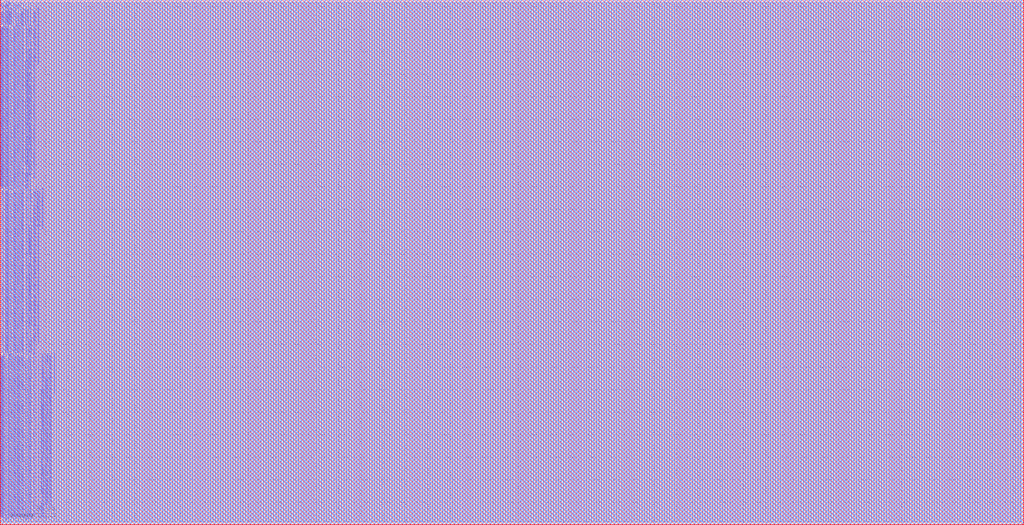
<source format=lef>
VERSION 5.7 ;
BUSBITCHARS "[]" ;
MACRO fakeram65_1024x128
  FOREIGN fakeram65_1024x128 0 0 ;
  SYMMETRY X Y R90 ;
  SIZE 454.300 BY 233.000 ;
  CLASS BLOCK ;
  PIN w_mask_in[0]
    DIRECTION INPUT ;
    USE SIGNAL ;
    SHAPE ABUTMENT ;
    PORT
      LAYER M3 ;
      RECT 0.000 1.365 0.070 1.435 ;
    END
  END w_mask_in[0]
  PIN w_mask_in[1]
    DIRECTION INPUT ;
    USE SIGNAL ;
    SHAPE ABUTMENT ;
    PORT
      LAYER M3 ;
      RECT 0.000 1.925 0.070 1.995 ;
    END
  END w_mask_in[1]
  PIN w_mask_in[2]
    DIRECTION INPUT ;
    USE SIGNAL ;
    SHAPE ABUTMENT ;
    PORT
      LAYER M3 ;
      RECT 0.000 2.485 0.070 2.555 ;
    END
  END w_mask_in[2]
  PIN w_mask_in[3]
    DIRECTION INPUT ;
    USE SIGNAL ;
    SHAPE ABUTMENT ;
    PORT
      LAYER M3 ;
      RECT 0.000 3.045 0.070 3.115 ;
    END
  END w_mask_in[3]
  PIN w_mask_in[4]
    DIRECTION INPUT ;
    USE SIGNAL ;
    SHAPE ABUTMENT ;
    PORT
      LAYER M3 ;
      RECT 0.000 3.605 0.070 3.675 ;
    END
  END w_mask_in[4]
  PIN w_mask_in[5]
    DIRECTION INPUT ;
    USE SIGNAL ;
    SHAPE ABUTMENT ;
    PORT
      LAYER M3 ;
      RECT 0.000 4.165 0.070 4.235 ;
    END
  END w_mask_in[5]
  PIN w_mask_in[6]
    DIRECTION INPUT ;
    USE SIGNAL ;
    SHAPE ABUTMENT ;
    PORT
      LAYER M3 ;
      RECT 0.000 4.725 0.070 4.795 ;
    END
  END w_mask_in[6]
  PIN w_mask_in[7]
    DIRECTION INPUT ;
    USE SIGNAL ;
    SHAPE ABUTMENT ;
    PORT
      LAYER M3 ;
      RECT 0.000 5.285 0.070 5.355 ;
    END
  END w_mask_in[7]
  PIN w_mask_in[8]
    DIRECTION INPUT ;
    USE SIGNAL ;
    SHAPE ABUTMENT ;
    PORT
      LAYER M3 ;
      RECT 0.000 5.845 0.070 5.915 ;
    END
  END w_mask_in[8]
  PIN w_mask_in[9]
    DIRECTION INPUT ;
    USE SIGNAL ;
    SHAPE ABUTMENT ;
    PORT
      LAYER M3 ;
      RECT 0.000 6.405 0.070 6.475 ;
    END
  END w_mask_in[9]
  PIN w_mask_in[10]
    DIRECTION INPUT ;
    USE SIGNAL ;
    SHAPE ABUTMENT ;
    PORT
      LAYER M3 ;
      RECT 0.000 6.965 0.070 7.035 ;
    END
  END w_mask_in[10]
  PIN w_mask_in[11]
    DIRECTION INPUT ;
    USE SIGNAL ;
    SHAPE ABUTMENT ;
    PORT
      LAYER M3 ;
      RECT 0.000 7.525 0.070 7.595 ;
    END
  END w_mask_in[11]
  PIN w_mask_in[12]
    DIRECTION INPUT ;
    USE SIGNAL ;
    SHAPE ABUTMENT ;
    PORT
      LAYER M3 ;
      RECT 0.000 8.085 0.070 8.155 ;
    END
  END w_mask_in[12]
  PIN w_mask_in[13]
    DIRECTION INPUT ;
    USE SIGNAL ;
    SHAPE ABUTMENT ;
    PORT
      LAYER M3 ;
      RECT 0.000 8.645 0.070 8.715 ;
    END
  END w_mask_in[13]
  PIN w_mask_in[14]
    DIRECTION INPUT ;
    USE SIGNAL ;
    SHAPE ABUTMENT ;
    PORT
      LAYER M3 ;
      RECT 0.000 9.205 0.070 9.275 ;
    END
  END w_mask_in[14]
  PIN w_mask_in[15]
    DIRECTION INPUT ;
    USE SIGNAL ;
    SHAPE ABUTMENT ;
    PORT
      LAYER M3 ;
      RECT 0.000 9.765 0.070 9.835 ;
    END
  END w_mask_in[15]
  PIN w_mask_in[16]
    DIRECTION INPUT ;
    USE SIGNAL ;
    SHAPE ABUTMENT ;
    PORT
      LAYER M3 ;
      RECT 0.000 10.325 0.070 10.395 ;
    END
  END w_mask_in[16]
  PIN w_mask_in[17]
    DIRECTION INPUT ;
    USE SIGNAL ;
    SHAPE ABUTMENT ;
    PORT
      LAYER M3 ;
      RECT 0.000 10.885 0.070 10.955 ;
    END
  END w_mask_in[17]
  PIN w_mask_in[18]
    DIRECTION INPUT ;
    USE SIGNAL ;
    SHAPE ABUTMENT ;
    PORT
      LAYER M3 ;
      RECT 0.000 11.445 0.070 11.515 ;
    END
  END w_mask_in[18]
  PIN w_mask_in[19]
    DIRECTION INPUT ;
    USE SIGNAL ;
    SHAPE ABUTMENT ;
    PORT
      LAYER M3 ;
      RECT 0.000 12.005 0.070 12.075 ;
    END
  END w_mask_in[19]
  PIN w_mask_in[20]
    DIRECTION INPUT ;
    USE SIGNAL ;
    SHAPE ABUTMENT ;
    PORT
      LAYER M3 ;
      RECT 0.000 12.565 0.070 12.635 ;
    END
  END w_mask_in[20]
  PIN w_mask_in[21]
    DIRECTION INPUT ;
    USE SIGNAL ;
    SHAPE ABUTMENT ;
    PORT
      LAYER M3 ;
      RECT 0.000 13.125 0.070 13.195 ;
    END
  END w_mask_in[21]
  PIN w_mask_in[22]
    DIRECTION INPUT ;
    USE SIGNAL ;
    SHAPE ABUTMENT ;
    PORT
      LAYER M3 ;
      RECT 0.000 13.685 0.070 13.755 ;
    END
  END w_mask_in[22]
  PIN w_mask_in[23]
    DIRECTION INPUT ;
    USE SIGNAL ;
    SHAPE ABUTMENT ;
    PORT
      LAYER M3 ;
      RECT 0.000 14.245 0.070 14.315 ;
    END
  END w_mask_in[23]
  PIN w_mask_in[24]
    DIRECTION INPUT ;
    USE SIGNAL ;
    SHAPE ABUTMENT ;
    PORT
      LAYER M3 ;
      RECT 0.000 14.805 0.070 14.875 ;
    END
  END w_mask_in[24]
  PIN w_mask_in[25]
    DIRECTION INPUT ;
    USE SIGNAL ;
    SHAPE ABUTMENT ;
    PORT
      LAYER M3 ;
      RECT 0.000 15.365 0.070 15.435 ;
    END
  END w_mask_in[25]
  PIN w_mask_in[26]
    DIRECTION INPUT ;
    USE SIGNAL ;
    SHAPE ABUTMENT ;
    PORT
      LAYER M3 ;
      RECT 0.000 15.925 0.070 15.995 ;
    END
  END w_mask_in[26]
  PIN w_mask_in[27]
    DIRECTION INPUT ;
    USE SIGNAL ;
    SHAPE ABUTMENT ;
    PORT
      LAYER M3 ;
      RECT 0.000 16.485 0.070 16.555 ;
    END
  END w_mask_in[27]
  PIN w_mask_in[28]
    DIRECTION INPUT ;
    USE SIGNAL ;
    SHAPE ABUTMENT ;
    PORT
      LAYER M3 ;
      RECT 0.000 17.045 0.070 17.115 ;
    END
  END w_mask_in[28]
  PIN w_mask_in[29]
    DIRECTION INPUT ;
    USE SIGNAL ;
    SHAPE ABUTMENT ;
    PORT
      LAYER M3 ;
      RECT 0.000 17.605 0.070 17.675 ;
    END
  END w_mask_in[29]
  PIN w_mask_in[30]
    DIRECTION INPUT ;
    USE SIGNAL ;
    SHAPE ABUTMENT ;
    PORT
      LAYER M3 ;
      RECT 0.000 18.165 0.070 18.235 ;
    END
  END w_mask_in[30]
  PIN w_mask_in[31]
    DIRECTION INPUT ;
    USE SIGNAL ;
    SHAPE ABUTMENT ;
    PORT
      LAYER M3 ;
      RECT 0.000 18.725 0.070 18.795 ;
    END
  END w_mask_in[31]
  PIN w_mask_in[32]
    DIRECTION INPUT ;
    USE SIGNAL ;
    SHAPE ABUTMENT ;
    PORT
      LAYER M3 ;
      RECT 0.000 19.285 0.070 19.355 ;
    END
  END w_mask_in[32]
  PIN w_mask_in[33]
    DIRECTION INPUT ;
    USE SIGNAL ;
    SHAPE ABUTMENT ;
    PORT
      LAYER M3 ;
      RECT 0.000 19.845 0.070 19.915 ;
    END
  END w_mask_in[33]
  PIN w_mask_in[34]
    DIRECTION INPUT ;
    USE SIGNAL ;
    SHAPE ABUTMENT ;
    PORT
      LAYER M3 ;
      RECT 0.000 20.405 0.070 20.475 ;
    END
  END w_mask_in[34]
  PIN w_mask_in[35]
    DIRECTION INPUT ;
    USE SIGNAL ;
    SHAPE ABUTMENT ;
    PORT
      LAYER M3 ;
      RECT 0.000 20.965 0.070 21.035 ;
    END
  END w_mask_in[35]
  PIN w_mask_in[36]
    DIRECTION INPUT ;
    USE SIGNAL ;
    SHAPE ABUTMENT ;
    PORT
      LAYER M3 ;
      RECT 0.000 21.525 0.070 21.595 ;
    END
  END w_mask_in[36]
  PIN w_mask_in[37]
    DIRECTION INPUT ;
    USE SIGNAL ;
    SHAPE ABUTMENT ;
    PORT
      LAYER M3 ;
      RECT 0.000 22.085 0.070 22.155 ;
    END
  END w_mask_in[37]
  PIN w_mask_in[38]
    DIRECTION INPUT ;
    USE SIGNAL ;
    SHAPE ABUTMENT ;
    PORT
      LAYER M3 ;
      RECT 0.000 22.645 0.070 22.715 ;
    END
  END w_mask_in[38]
  PIN w_mask_in[39]
    DIRECTION INPUT ;
    USE SIGNAL ;
    SHAPE ABUTMENT ;
    PORT
      LAYER M3 ;
      RECT 0.000 23.205 0.070 23.275 ;
    END
  END w_mask_in[39]
  PIN w_mask_in[40]
    DIRECTION INPUT ;
    USE SIGNAL ;
    SHAPE ABUTMENT ;
    PORT
      LAYER M3 ;
      RECT 0.000 23.765 0.070 23.835 ;
    END
  END w_mask_in[40]
  PIN w_mask_in[41]
    DIRECTION INPUT ;
    USE SIGNAL ;
    SHAPE ABUTMENT ;
    PORT
      LAYER M3 ;
      RECT 0.000 24.325 0.070 24.395 ;
    END
  END w_mask_in[41]
  PIN w_mask_in[42]
    DIRECTION INPUT ;
    USE SIGNAL ;
    SHAPE ABUTMENT ;
    PORT
      LAYER M3 ;
      RECT 0.000 24.885 0.070 24.955 ;
    END
  END w_mask_in[42]
  PIN w_mask_in[43]
    DIRECTION INPUT ;
    USE SIGNAL ;
    SHAPE ABUTMENT ;
    PORT
      LAYER M3 ;
      RECT 0.000 25.445 0.070 25.515 ;
    END
  END w_mask_in[43]
  PIN w_mask_in[44]
    DIRECTION INPUT ;
    USE SIGNAL ;
    SHAPE ABUTMENT ;
    PORT
      LAYER M3 ;
      RECT 0.000 26.005 0.070 26.075 ;
    END
  END w_mask_in[44]
  PIN w_mask_in[45]
    DIRECTION INPUT ;
    USE SIGNAL ;
    SHAPE ABUTMENT ;
    PORT
      LAYER M3 ;
      RECT 0.000 26.565 0.070 26.635 ;
    END
  END w_mask_in[45]
  PIN w_mask_in[46]
    DIRECTION INPUT ;
    USE SIGNAL ;
    SHAPE ABUTMENT ;
    PORT
      LAYER M3 ;
      RECT 0.000 27.125 0.070 27.195 ;
    END
  END w_mask_in[46]
  PIN w_mask_in[47]
    DIRECTION INPUT ;
    USE SIGNAL ;
    SHAPE ABUTMENT ;
    PORT
      LAYER M3 ;
      RECT 0.000 27.685 0.070 27.755 ;
    END
  END w_mask_in[47]
  PIN w_mask_in[48]
    DIRECTION INPUT ;
    USE SIGNAL ;
    SHAPE ABUTMENT ;
    PORT
      LAYER M3 ;
      RECT 0.000 28.245 0.070 28.315 ;
    END
  END w_mask_in[48]
  PIN w_mask_in[49]
    DIRECTION INPUT ;
    USE SIGNAL ;
    SHAPE ABUTMENT ;
    PORT
      LAYER M3 ;
      RECT 0.000 28.805 0.070 28.875 ;
    END
  END w_mask_in[49]
  PIN w_mask_in[50]
    DIRECTION INPUT ;
    USE SIGNAL ;
    SHAPE ABUTMENT ;
    PORT
      LAYER M3 ;
      RECT 0.000 29.365 0.070 29.435 ;
    END
  END w_mask_in[50]
  PIN w_mask_in[51]
    DIRECTION INPUT ;
    USE SIGNAL ;
    SHAPE ABUTMENT ;
    PORT
      LAYER M3 ;
      RECT 0.000 29.925 0.070 29.995 ;
    END
  END w_mask_in[51]
  PIN w_mask_in[52]
    DIRECTION INPUT ;
    USE SIGNAL ;
    SHAPE ABUTMENT ;
    PORT
      LAYER M3 ;
      RECT 0.000 30.485 0.070 30.555 ;
    END
  END w_mask_in[52]
  PIN w_mask_in[53]
    DIRECTION INPUT ;
    USE SIGNAL ;
    SHAPE ABUTMENT ;
    PORT
      LAYER M3 ;
      RECT 0.000 31.045 0.070 31.115 ;
    END
  END w_mask_in[53]
  PIN w_mask_in[54]
    DIRECTION INPUT ;
    USE SIGNAL ;
    SHAPE ABUTMENT ;
    PORT
      LAYER M3 ;
      RECT 0.000 31.605 0.070 31.675 ;
    END
  END w_mask_in[54]
  PIN w_mask_in[55]
    DIRECTION INPUT ;
    USE SIGNAL ;
    SHAPE ABUTMENT ;
    PORT
      LAYER M3 ;
      RECT 0.000 32.165 0.070 32.235 ;
    END
  END w_mask_in[55]
  PIN w_mask_in[56]
    DIRECTION INPUT ;
    USE SIGNAL ;
    SHAPE ABUTMENT ;
    PORT
      LAYER M3 ;
      RECT 0.000 32.725 0.070 32.795 ;
    END
  END w_mask_in[56]
  PIN w_mask_in[57]
    DIRECTION INPUT ;
    USE SIGNAL ;
    SHAPE ABUTMENT ;
    PORT
      LAYER M3 ;
      RECT 0.000 33.285 0.070 33.355 ;
    END
  END w_mask_in[57]
  PIN w_mask_in[58]
    DIRECTION INPUT ;
    USE SIGNAL ;
    SHAPE ABUTMENT ;
    PORT
      LAYER M3 ;
      RECT 0.000 33.845 0.070 33.915 ;
    END
  END w_mask_in[58]
  PIN w_mask_in[59]
    DIRECTION INPUT ;
    USE SIGNAL ;
    SHAPE ABUTMENT ;
    PORT
      LAYER M3 ;
      RECT 0.000 34.405 0.070 34.475 ;
    END
  END w_mask_in[59]
  PIN w_mask_in[60]
    DIRECTION INPUT ;
    USE SIGNAL ;
    SHAPE ABUTMENT ;
    PORT
      LAYER M3 ;
      RECT 0.000 34.965 0.070 35.035 ;
    END
  END w_mask_in[60]
  PIN w_mask_in[61]
    DIRECTION INPUT ;
    USE SIGNAL ;
    SHAPE ABUTMENT ;
    PORT
      LAYER M3 ;
      RECT 0.000 35.525 0.070 35.595 ;
    END
  END w_mask_in[61]
  PIN w_mask_in[62]
    DIRECTION INPUT ;
    USE SIGNAL ;
    SHAPE ABUTMENT ;
    PORT
      LAYER M3 ;
      RECT 0.000 36.085 0.070 36.155 ;
    END
  END w_mask_in[62]
  PIN w_mask_in[63]
    DIRECTION INPUT ;
    USE SIGNAL ;
    SHAPE ABUTMENT ;
    PORT
      LAYER M3 ;
      RECT 0.000 36.645 0.070 36.715 ;
    END
  END w_mask_in[63]
  PIN w_mask_in[64]
    DIRECTION INPUT ;
    USE SIGNAL ;
    SHAPE ABUTMENT ;
    PORT
      LAYER M3 ;
      RECT 0.000 37.205 0.070 37.275 ;
    END
  END w_mask_in[64]
  PIN w_mask_in[65]
    DIRECTION INPUT ;
    USE SIGNAL ;
    SHAPE ABUTMENT ;
    PORT
      LAYER M3 ;
      RECT 0.000 37.765 0.070 37.835 ;
    END
  END w_mask_in[65]
  PIN w_mask_in[66]
    DIRECTION INPUT ;
    USE SIGNAL ;
    SHAPE ABUTMENT ;
    PORT
      LAYER M3 ;
      RECT 0.000 38.325 0.070 38.395 ;
    END
  END w_mask_in[66]
  PIN w_mask_in[67]
    DIRECTION INPUT ;
    USE SIGNAL ;
    SHAPE ABUTMENT ;
    PORT
      LAYER M3 ;
      RECT 0.000 38.885 0.070 38.955 ;
    END
  END w_mask_in[67]
  PIN w_mask_in[68]
    DIRECTION INPUT ;
    USE SIGNAL ;
    SHAPE ABUTMENT ;
    PORT
      LAYER M3 ;
      RECT 0.000 39.445 0.070 39.515 ;
    END
  END w_mask_in[68]
  PIN w_mask_in[69]
    DIRECTION INPUT ;
    USE SIGNAL ;
    SHAPE ABUTMENT ;
    PORT
      LAYER M3 ;
      RECT 0.000 40.005 0.070 40.075 ;
    END
  END w_mask_in[69]
  PIN w_mask_in[70]
    DIRECTION INPUT ;
    USE SIGNAL ;
    SHAPE ABUTMENT ;
    PORT
      LAYER M3 ;
      RECT 0.000 40.565 0.070 40.635 ;
    END
  END w_mask_in[70]
  PIN w_mask_in[71]
    DIRECTION INPUT ;
    USE SIGNAL ;
    SHAPE ABUTMENT ;
    PORT
      LAYER M3 ;
      RECT 0.000 41.125 0.070 41.195 ;
    END
  END w_mask_in[71]
  PIN w_mask_in[72]
    DIRECTION INPUT ;
    USE SIGNAL ;
    SHAPE ABUTMENT ;
    PORT
      LAYER M3 ;
      RECT 0.000 41.685 0.070 41.755 ;
    END
  END w_mask_in[72]
  PIN w_mask_in[73]
    DIRECTION INPUT ;
    USE SIGNAL ;
    SHAPE ABUTMENT ;
    PORT
      LAYER M3 ;
      RECT 0.000 42.245 0.070 42.315 ;
    END
  END w_mask_in[73]
  PIN w_mask_in[74]
    DIRECTION INPUT ;
    USE SIGNAL ;
    SHAPE ABUTMENT ;
    PORT
      LAYER M3 ;
      RECT 0.000 42.805 0.070 42.875 ;
    END
  END w_mask_in[74]
  PIN w_mask_in[75]
    DIRECTION INPUT ;
    USE SIGNAL ;
    SHAPE ABUTMENT ;
    PORT
      LAYER M3 ;
      RECT 0.000 43.365 0.070 43.435 ;
    END
  END w_mask_in[75]
  PIN w_mask_in[76]
    DIRECTION INPUT ;
    USE SIGNAL ;
    SHAPE ABUTMENT ;
    PORT
      LAYER M3 ;
      RECT 0.000 43.925 0.070 43.995 ;
    END
  END w_mask_in[76]
  PIN w_mask_in[77]
    DIRECTION INPUT ;
    USE SIGNAL ;
    SHAPE ABUTMENT ;
    PORT
      LAYER M3 ;
      RECT 0.000 44.485 0.070 44.555 ;
    END
  END w_mask_in[77]
  PIN w_mask_in[78]
    DIRECTION INPUT ;
    USE SIGNAL ;
    SHAPE ABUTMENT ;
    PORT
      LAYER M3 ;
      RECT 0.000 45.045 0.070 45.115 ;
    END
  END w_mask_in[78]
  PIN w_mask_in[79]
    DIRECTION INPUT ;
    USE SIGNAL ;
    SHAPE ABUTMENT ;
    PORT
      LAYER M3 ;
      RECT 0.000 45.605 0.070 45.675 ;
    END
  END w_mask_in[79]
  PIN w_mask_in[80]
    DIRECTION INPUT ;
    USE SIGNAL ;
    SHAPE ABUTMENT ;
    PORT
      LAYER M3 ;
      RECT 0.000 46.165 0.070 46.235 ;
    END
  END w_mask_in[80]
  PIN w_mask_in[81]
    DIRECTION INPUT ;
    USE SIGNAL ;
    SHAPE ABUTMENT ;
    PORT
      LAYER M3 ;
      RECT 0.000 46.725 0.070 46.795 ;
    END
  END w_mask_in[81]
  PIN w_mask_in[82]
    DIRECTION INPUT ;
    USE SIGNAL ;
    SHAPE ABUTMENT ;
    PORT
      LAYER M3 ;
      RECT 0.000 47.285 0.070 47.355 ;
    END
  END w_mask_in[82]
  PIN w_mask_in[83]
    DIRECTION INPUT ;
    USE SIGNAL ;
    SHAPE ABUTMENT ;
    PORT
      LAYER M3 ;
      RECT 0.000 47.845 0.070 47.915 ;
    END
  END w_mask_in[83]
  PIN w_mask_in[84]
    DIRECTION INPUT ;
    USE SIGNAL ;
    SHAPE ABUTMENT ;
    PORT
      LAYER M3 ;
      RECT 0.000 48.405 0.070 48.475 ;
    END
  END w_mask_in[84]
  PIN w_mask_in[85]
    DIRECTION INPUT ;
    USE SIGNAL ;
    SHAPE ABUTMENT ;
    PORT
      LAYER M3 ;
      RECT 0.000 48.965 0.070 49.035 ;
    END
  END w_mask_in[85]
  PIN w_mask_in[86]
    DIRECTION INPUT ;
    USE SIGNAL ;
    SHAPE ABUTMENT ;
    PORT
      LAYER M3 ;
      RECT 0.000 49.525 0.070 49.595 ;
    END
  END w_mask_in[86]
  PIN w_mask_in[87]
    DIRECTION INPUT ;
    USE SIGNAL ;
    SHAPE ABUTMENT ;
    PORT
      LAYER M3 ;
      RECT 0.000 50.085 0.070 50.155 ;
    END
  END w_mask_in[87]
  PIN w_mask_in[88]
    DIRECTION INPUT ;
    USE SIGNAL ;
    SHAPE ABUTMENT ;
    PORT
      LAYER M3 ;
      RECT 0.000 50.645 0.070 50.715 ;
    END
  END w_mask_in[88]
  PIN w_mask_in[89]
    DIRECTION INPUT ;
    USE SIGNAL ;
    SHAPE ABUTMENT ;
    PORT
      LAYER M3 ;
      RECT 0.000 51.205 0.070 51.275 ;
    END
  END w_mask_in[89]
  PIN w_mask_in[90]
    DIRECTION INPUT ;
    USE SIGNAL ;
    SHAPE ABUTMENT ;
    PORT
      LAYER M3 ;
      RECT 0.000 51.765 0.070 51.835 ;
    END
  END w_mask_in[90]
  PIN w_mask_in[91]
    DIRECTION INPUT ;
    USE SIGNAL ;
    SHAPE ABUTMENT ;
    PORT
      LAYER M3 ;
      RECT 0.000 52.325 0.070 52.395 ;
    END
  END w_mask_in[91]
  PIN w_mask_in[92]
    DIRECTION INPUT ;
    USE SIGNAL ;
    SHAPE ABUTMENT ;
    PORT
      LAYER M3 ;
      RECT 0.000 52.885 0.070 52.955 ;
    END
  END w_mask_in[92]
  PIN w_mask_in[93]
    DIRECTION INPUT ;
    USE SIGNAL ;
    SHAPE ABUTMENT ;
    PORT
      LAYER M3 ;
      RECT 0.000 53.445 0.070 53.515 ;
    END
  END w_mask_in[93]
  PIN w_mask_in[94]
    DIRECTION INPUT ;
    USE SIGNAL ;
    SHAPE ABUTMENT ;
    PORT
      LAYER M3 ;
      RECT 0.000 54.005 0.070 54.075 ;
    END
  END w_mask_in[94]
  PIN w_mask_in[95]
    DIRECTION INPUT ;
    USE SIGNAL ;
    SHAPE ABUTMENT ;
    PORT
      LAYER M3 ;
      RECT 0.000 54.565 0.070 54.635 ;
    END
  END w_mask_in[95]
  PIN w_mask_in[96]
    DIRECTION INPUT ;
    USE SIGNAL ;
    SHAPE ABUTMENT ;
    PORT
      LAYER M3 ;
      RECT 0.000 55.125 0.070 55.195 ;
    END
  END w_mask_in[96]
  PIN w_mask_in[97]
    DIRECTION INPUT ;
    USE SIGNAL ;
    SHAPE ABUTMENT ;
    PORT
      LAYER M3 ;
      RECT 0.000 55.685 0.070 55.755 ;
    END
  END w_mask_in[97]
  PIN w_mask_in[98]
    DIRECTION INPUT ;
    USE SIGNAL ;
    SHAPE ABUTMENT ;
    PORT
      LAYER M3 ;
      RECT 0.000 56.245 0.070 56.315 ;
    END
  END w_mask_in[98]
  PIN w_mask_in[99]
    DIRECTION INPUT ;
    USE SIGNAL ;
    SHAPE ABUTMENT ;
    PORT
      LAYER M3 ;
      RECT 0.000 56.805 0.070 56.875 ;
    END
  END w_mask_in[99]
  PIN w_mask_in[100]
    DIRECTION INPUT ;
    USE SIGNAL ;
    SHAPE ABUTMENT ;
    PORT
      LAYER M3 ;
      RECT 0.000 57.365 0.070 57.435 ;
    END
  END w_mask_in[100]
  PIN w_mask_in[101]
    DIRECTION INPUT ;
    USE SIGNAL ;
    SHAPE ABUTMENT ;
    PORT
      LAYER M3 ;
      RECT 0.000 57.925 0.070 57.995 ;
    END
  END w_mask_in[101]
  PIN w_mask_in[102]
    DIRECTION INPUT ;
    USE SIGNAL ;
    SHAPE ABUTMENT ;
    PORT
      LAYER M3 ;
      RECT 0.000 58.485 0.070 58.555 ;
    END
  END w_mask_in[102]
  PIN w_mask_in[103]
    DIRECTION INPUT ;
    USE SIGNAL ;
    SHAPE ABUTMENT ;
    PORT
      LAYER M3 ;
      RECT 0.000 59.045 0.070 59.115 ;
    END
  END w_mask_in[103]
  PIN w_mask_in[104]
    DIRECTION INPUT ;
    USE SIGNAL ;
    SHAPE ABUTMENT ;
    PORT
      LAYER M3 ;
      RECT 0.000 59.605 0.070 59.675 ;
    END
  END w_mask_in[104]
  PIN w_mask_in[105]
    DIRECTION INPUT ;
    USE SIGNAL ;
    SHAPE ABUTMENT ;
    PORT
      LAYER M3 ;
      RECT 0.000 60.165 0.070 60.235 ;
    END
  END w_mask_in[105]
  PIN w_mask_in[106]
    DIRECTION INPUT ;
    USE SIGNAL ;
    SHAPE ABUTMENT ;
    PORT
      LAYER M3 ;
      RECT 0.000 60.725 0.070 60.795 ;
    END
  END w_mask_in[106]
  PIN w_mask_in[107]
    DIRECTION INPUT ;
    USE SIGNAL ;
    SHAPE ABUTMENT ;
    PORT
      LAYER M3 ;
      RECT 0.000 61.285 0.070 61.355 ;
    END
  END w_mask_in[107]
  PIN w_mask_in[108]
    DIRECTION INPUT ;
    USE SIGNAL ;
    SHAPE ABUTMENT ;
    PORT
      LAYER M3 ;
      RECT 0.000 61.845 0.070 61.915 ;
    END
  END w_mask_in[108]
  PIN w_mask_in[109]
    DIRECTION INPUT ;
    USE SIGNAL ;
    SHAPE ABUTMENT ;
    PORT
      LAYER M3 ;
      RECT 0.000 62.405 0.070 62.475 ;
    END
  END w_mask_in[109]
  PIN w_mask_in[110]
    DIRECTION INPUT ;
    USE SIGNAL ;
    SHAPE ABUTMENT ;
    PORT
      LAYER M3 ;
      RECT 0.000 62.965 0.070 63.035 ;
    END
  END w_mask_in[110]
  PIN w_mask_in[111]
    DIRECTION INPUT ;
    USE SIGNAL ;
    SHAPE ABUTMENT ;
    PORT
      LAYER M3 ;
      RECT 0.000 63.525 0.070 63.595 ;
    END
  END w_mask_in[111]
  PIN w_mask_in[112]
    DIRECTION INPUT ;
    USE SIGNAL ;
    SHAPE ABUTMENT ;
    PORT
      LAYER M3 ;
      RECT 0.000 64.085 0.070 64.155 ;
    END
  END w_mask_in[112]
  PIN w_mask_in[113]
    DIRECTION INPUT ;
    USE SIGNAL ;
    SHAPE ABUTMENT ;
    PORT
      LAYER M3 ;
      RECT 0.000 64.645 0.070 64.715 ;
    END
  END w_mask_in[113]
  PIN w_mask_in[114]
    DIRECTION INPUT ;
    USE SIGNAL ;
    SHAPE ABUTMENT ;
    PORT
      LAYER M3 ;
      RECT 0.000 65.205 0.070 65.275 ;
    END
  END w_mask_in[114]
  PIN w_mask_in[115]
    DIRECTION INPUT ;
    USE SIGNAL ;
    SHAPE ABUTMENT ;
    PORT
      LAYER M3 ;
      RECT 0.000 65.765 0.070 65.835 ;
    END
  END w_mask_in[115]
  PIN w_mask_in[116]
    DIRECTION INPUT ;
    USE SIGNAL ;
    SHAPE ABUTMENT ;
    PORT
      LAYER M3 ;
      RECT 0.000 66.325 0.070 66.395 ;
    END
  END w_mask_in[116]
  PIN w_mask_in[117]
    DIRECTION INPUT ;
    USE SIGNAL ;
    SHAPE ABUTMENT ;
    PORT
      LAYER M3 ;
      RECT 0.000 66.885 0.070 66.955 ;
    END
  END w_mask_in[117]
  PIN w_mask_in[118]
    DIRECTION INPUT ;
    USE SIGNAL ;
    SHAPE ABUTMENT ;
    PORT
      LAYER M3 ;
      RECT 0.000 67.445 0.070 67.515 ;
    END
  END w_mask_in[118]
  PIN w_mask_in[119]
    DIRECTION INPUT ;
    USE SIGNAL ;
    SHAPE ABUTMENT ;
    PORT
      LAYER M3 ;
      RECT 0.000 68.005 0.070 68.075 ;
    END
  END w_mask_in[119]
  PIN w_mask_in[120]
    DIRECTION INPUT ;
    USE SIGNAL ;
    SHAPE ABUTMENT ;
    PORT
      LAYER M3 ;
      RECT 0.000 68.565 0.070 68.635 ;
    END
  END w_mask_in[120]
  PIN w_mask_in[121]
    DIRECTION INPUT ;
    USE SIGNAL ;
    SHAPE ABUTMENT ;
    PORT
      LAYER M3 ;
      RECT 0.000 69.125 0.070 69.195 ;
    END
  END w_mask_in[121]
  PIN w_mask_in[122]
    DIRECTION INPUT ;
    USE SIGNAL ;
    SHAPE ABUTMENT ;
    PORT
      LAYER M3 ;
      RECT 0.000 69.685 0.070 69.755 ;
    END
  END w_mask_in[122]
  PIN w_mask_in[123]
    DIRECTION INPUT ;
    USE SIGNAL ;
    SHAPE ABUTMENT ;
    PORT
      LAYER M3 ;
      RECT 0.000 70.245 0.070 70.315 ;
    END
  END w_mask_in[123]
  PIN w_mask_in[124]
    DIRECTION INPUT ;
    USE SIGNAL ;
    SHAPE ABUTMENT ;
    PORT
      LAYER M3 ;
      RECT 0.000 70.805 0.070 70.875 ;
    END
  END w_mask_in[124]
  PIN w_mask_in[125]
    DIRECTION INPUT ;
    USE SIGNAL ;
    SHAPE ABUTMENT ;
    PORT
      LAYER M3 ;
      RECT 0.000 71.365 0.070 71.435 ;
    END
  END w_mask_in[125]
  PIN w_mask_in[126]
    DIRECTION INPUT ;
    USE SIGNAL ;
    SHAPE ABUTMENT ;
    PORT
      LAYER M3 ;
      RECT 0.000 71.925 0.070 71.995 ;
    END
  END w_mask_in[126]
  PIN w_mask_in[127]
    DIRECTION INPUT ;
    USE SIGNAL ;
    SHAPE ABUTMENT ;
    PORT
      LAYER M3 ;
      RECT 0.000 72.485 0.070 72.555 ;
    END
  END w_mask_in[127]
  PIN rd_out[0]
    DIRECTION OUTPUT ;
    USE SIGNAL ;
    SHAPE ABUTMENT ;
    PORT
      LAYER M3 ;
      RECT 0.000 74.445 0.070 74.515 ;
    END
  END rd_out[0]
  PIN rd_out[1]
    DIRECTION OUTPUT ;
    USE SIGNAL ;
    SHAPE ABUTMENT ;
    PORT
      LAYER M3 ;
      RECT 0.000 75.005 0.070 75.075 ;
    END
  END rd_out[1]
  PIN rd_out[2]
    DIRECTION OUTPUT ;
    USE SIGNAL ;
    SHAPE ABUTMENT ;
    PORT
      LAYER M3 ;
      RECT 0.000 75.565 0.070 75.635 ;
    END
  END rd_out[2]
  PIN rd_out[3]
    DIRECTION OUTPUT ;
    USE SIGNAL ;
    SHAPE ABUTMENT ;
    PORT
      LAYER M3 ;
      RECT 0.000 76.125 0.070 76.195 ;
    END
  END rd_out[3]
  PIN rd_out[4]
    DIRECTION OUTPUT ;
    USE SIGNAL ;
    SHAPE ABUTMENT ;
    PORT
      LAYER M3 ;
      RECT 0.000 76.685 0.070 76.755 ;
    END
  END rd_out[4]
  PIN rd_out[5]
    DIRECTION OUTPUT ;
    USE SIGNAL ;
    SHAPE ABUTMENT ;
    PORT
      LAYER M3 ;
      RECT 0.000 77.245 0.070 77.315 ;
    END
  END rd_out[5]
  PIN rd_out[6]
    DIRECTION OUTPUT ;
    USE SIGNAL ;
    SHAPE ABUTMENT ;
    PORT
      LAYER M3 ;
      RECT 0.000 77.805 0.070 77.875 ;
    END
  END rd_out[6]
  PIN rd_out[7]
    DIRECTION OUTPUT ;
    USE SIGNAL ;
    SHAPE ABUTMENT ;
    PORT
      LAYER M3 ;
      RECT 0.000 78.365 0.070 78.435 ;
    END
  END rd_out[7]
  PIN rd_out[8]
    DIRECTION OUTPUT ;
    USE SIGNAL ;
    SHAPE ABUTMENT ;
    PORT
      LAYER M3 ;
      RECT 0.000 78.925 0.070 78.995 ;
    END
  END rd_out[8]
  PIN rd_out[9]
    DIRECTION OUTPUT ;
    USE SIGNAL ;
    SHAPE ABUTMENT ;
    PORT
      LAYER M3 ;
      RECT 0.000 79.485 0.070 79.555 ;
    END
  END rd_out[9]
  PIN rd_out[10]
    DIRECTION OUTPUT ;
    USE SIGNAL ;
    SHAPE ABUTMENT ;
    PORT
      LAYER M3 ;
      RECT 0.000 80.045 0.070 80.115 ;
    END
  END rd_out[10]
  PIN rd_out[11]
    DIRECTION OUTPUT ;
    USE SIGNAL ;
    SHAPE ABUTMENT ;
    PORT
      LAYER M3 ;
      RECT 0.000 80.605 0.070 80.675 ;
    END
  END rd_out[11]
  PIN rd_out[12]
    DIRECTION OUTPUT ;
    USE SIGNAL ;
    SHAPE ABUTMENT ;
    PORT
      LAYER M3 ;
      RECT 0.000 81.165 0.070 81.235 ;
    END
  END rd_out[12]
  PIN rd_out[13]
    DIRECTION OUTPUT ;
    USE SIGNAL ;
    SHAPE ABUTMENT ;
    PORT
      LAYER M3 ;
      RECT 0.000 81.725 0.070 81.795 ;
    END
  END rd_out[13]
  PIN rd_out[14]
    DIRECTION OUTPUT ;
    USE SIGNAL ;
    SHAPE ABUTMENT ;
    PORT
      LAYER M3 ;
      RECT 0.000 82.285 0.070 82.355 ;
    END
  END rd_out[14]
  PIN rd_out[15]
    DIRECTION OUTPUT ;
    USE SIGNAL ;
    SHAPE ABUTMENT ;
    PORT
      LAYER M3 ;
      RECT 0.000 82.845 0.070 82.915 ;
    END
  END rd_out[15]
  PIN rd_out[16]
    DIRECTION OUTPUT ;
    USE SIGNAL ;
    SHAPE ABUTMENT ;
    PORT
      LAYER M3 ;
      RECT 0.000 83.405 0.070 83.475 ;
    END
  END rd_out[16]
  PIN rd_out[17]
    DIRECTION OUTPUT ;
    USE SIGNAL ;
    SHAPE ABUTMENT ;
    PORT
      LAYER M3 ;
      RECT 0.000 83.965 0.070 84.035 ;
    END
  END rd_out[17]
  PIN rd_out[18]
    DIRECTION OUTPUT ;
    USE SIGNAL ;
    SHAPE ABUTMENT ;
    PORT
      LAYER M3 ;
      RECT 0.000 84.525 0.070 84.595 ;
    END
  END rd_out[18]
  PIN rd_out[19]
    DIRECTION OUTPUT ;
    USE SIGNAL ;
    SHAPE ABUTMENT ;
    PORT
      LAYER M3 ;
      RECT 0.000 85.085 0.070 85.155 ;
    END
  END rd_out[19]
  PIN rd_out[20]
    DIRECTION OUTPUT ;
    USE SIGNAL ;
    SHAPE ABUTMENT ;
    PORT
      LAYER M3 ;
      RECT 0.000 85.645 0.070 85.715 ;
    END
  END rd_out[20]
  PIN rd_out[21]
    DIRECTION OUTPUT ;
    USE SIGNAL ;
    SHAPE ABUTMENT ;
    PORT
      LAYER M3 ;
      RECT 0.000 86.205 0.070 86.275 ;
    END
  END rd_out[21]
  PIN rd_out[22]
    DIRECTION OUTPUT ;
    USE SIGNAL ;
    SHAPE ABUTMENT ;
    PORT
      LAYER M3 ;
      RECT 0.000 86.765 0.070 86.835 ;
    END
  END rd_out[22]
  PIN rd_out[23]
    DIRECTION OUTPUT ;
    USE SIGNAL ;
    SHAPE ABUTMENT ;
    PORT
      LAYER M3 ;
      RECT 0.000 87.325 0.070 87.395 ;
    END
  END rd_out[23]
  PIN rd_out[24]
    DIRECTION OUTPUT ;
    USE SIGNAL ;
    SHAPE ABUTMENT ;
    PORT
      LAYER M3 ;
      RECT 0.000 87.885 0.070 87.955 ;
    END
  END rd_out[24]
  PIN rd_out[25]
    DIRECTION OUTPUT ;
    USE SIGNAL ;
    SHAPE ABUTMENT ;
    PORT
      LAYER M3 ;
      RECT 0.000 88.445 0.070 88.515 ;
    END
  END rd_out[25]
  PIN rd_out[26]
    DIRECTION OUTPUT ;
    USE SIGNAL ;
    SHAPE ABUTMENT ;
    PORT
      LAYER M3 ;
      RECT 0.000 89.005 0.070 89.075 ;
    END
  END rd_out[26]
  PIN rd_out[27]
    DIRECTION OUTPUT ;
    USE SIGNAL ;
    SHAPE ABUTMENT ;
    PORT
      LAYER M3 ;
      RECT 0.000 89.565 0.070 89.635 ;
    END
  END rd_out[27]
  PIN rd_out[28]
    DIRECTION OUTPUT ;
    USE SIGNAL ;
    SHAPE ABUTMENT ;
    PORT
      LAYER M3 ;
      RECT 0.000 90.125 0.070 90.195 ;
    END
  END rd_out[28]
  PIN rd_out[29]
    DIRECTION OUTPUT ;
    USE SIGNAL ;
    SHAPE ABUTMENT ;
    PORT
      LAYER M3 ;
      RECT 0.000 90.685 0.070 90.755 ;
    END
  END rd_out[29]
  PIN rd_out[30]
    DIRECTION OUTPUT ;
    USE SIGNAL ;
    SHAPE ABUTMENT ;
    PORT
      LAYER M3 ;
      RECT 0.000 91.245 0.070 91.315 ;
    END
  END rd_out[30]
  PIN rd_out[31]
    DIRECTION OUTPUT ;
    USE SIGNAL ;
    SHAPE ABUTMENT ;
    PORT
      LAYER M3 ;
      RECT 0.000 91.805 0.070 91.875 ;
    END
  END rd_out[31]
  PIN rd_out[32]
    DIRECTION OUTPUT ;
    USE SIGNAL ;
    SHAPE ABUTMENT ;
    PORT
      LAYER M3 ;
      RECT 0.000 92.365 0.070 92.435 ;
    END
  END rd_out[32]
  PIN rd_out[33]
    DIRECTION OUTPUT ;
    USE SIGNAL ;
    SHAPE ABUTMENT ;
    PORT
      LAYER M3 ;
      RECT 0.000 92.925 0.070 92.995 ;
    END
  END rd_out[33]
  PIN rd_out[34]
    DIRECTION OUTPUT ;
    USE SIGNAL ;
    SHAPE ABUTMENT ;
    PORT
      LAYER M3 ;
      RECT 0.000 93.485 0.070 93.555 ;
    END
  END rd_out[34]
  PIN rd_out[35]
    DIRECTION OUTPUT ;
    USE SIGNAL ;
    SHAPE ABUTMENT ;
    PORT
      LAYER M3 ;
      RECT 0.000 94.045 0.070 94.115 ;
    END
  END rd_out[35]
  PIN rd_out[36]
    DIRECTION OUTPUT ;
    USE SIGNAL ;
    SHAPE ABUTMENT ;
    PORT
      LAYER M3 ;
      RECT 0.000 94.605 0.070 94.675 ;
    END
  END rd_out[36]
  PIN rd_out[37]
    DIRECTION OUTPUT ;
    USE SIGNAL ;
    SHAPE ABUTMENT ;
    PORT
      LAYER M3 ;
      RECT 0.000 95.165 0.070 95.235 ;
    END
  END rd_out[37]
  PIN rd_out[38]
    DIRECTION OUTPUT ;
    USE SIGNAL ;
    SHAPE ABUTMENT ;
    PORT
      LAYER M3 ;
      RECT 0.000 95.725 0.070 95.795 ;
    END
  END rd_out[38]
  PIN rd_out[39]
    DIRECTION OUTPUT ;
    USE SIGNAL ;
    SHAPE ABUTMENT ;
    PORT
      LAYER M3 ;
      RECT 0.000 96.285 0.070 96.355 ;
    END
  END rd_out[39]
  PIN rd_out[40]
    DIRECTION OUTPUT ;
    USE SIGNAL ;
    SHAPE ABUTMENT ;
    PORT
      LAYER M3 ;
      RECT 0.000 96.845 0.070 96.915 ;
    END
  END rd_out[40]
  PIN rd_out[41]
    DIRECTION OUTPUT ;
    USE SIGNAL ;
    SHAPE ABUTMENT ;
    PORT
      LAYER M3 ;
      RECT 0.000 97.405 0.070 97.475 ;
    END
  END rd_out[41]
  PIN rd_out[42]
    DIRECTION OUTPUT ;
    USE SIGNAL ;
    SHAPE ABUTMENT ;
    PORT
      LAYER M3 ;
      RECT 0.000 97.965 0.070 98.035 ;
    END
  END rd_out[42]
  PIN rd_out[43]
    DIRECTION OUTPUT ;
    USE SIGNAL ;
    SHAPE ABUTMENT ;
    PORT
      LAYER M3 ;
      RECT 0.000 98.525 0.070 98.595 ;
    END
  END rd_out[43]
  PIN rd_out[44]
    DIRECTION OUTPUT ;
    USE SIGNAL ;
    SHAPE ABUTMENT ;
    PORT
      LAYER M3 ;
      RECT 0.000 99.085 0.070 99.155 ;
    END
  END rd_out[44]
  PIN rd_out[45]
    DIRECTION OUTPUT ;
    USE SIGNAL ;
    SHAPE ABUTMENT ;
    PORT
      LAYER M3 ;
      RECT 0.000 99.645 0.070 99.715 ;
    END
  END rd_out[45]
  PIN rd_out[46]
    DIRECTION OUTPUT ;
    USE SIGNAL ;
    SHAPE ABUTMENT ;
    PORT
      LAYER M3 ;
      RECT 0.000 100.205 0.070 100.275 ;
    END
  END rd_out[46]
  PIN rd_out[47]
    DIRECTION OUTPUT ;
    USE SIGNAL ;
    SHAPE ABUTMENT ;
    PORT
      LAYER M3 ;
      RECT 0.000 100.765 0.070 100.835 ;
    END
  END rd_out[47]
  PIN rd_out[48]
    DIRECTION OUTPUT ;
    USE SIGNAL ;
    SHAPE ABUTMENT ;
    PORT
      LAYER M3 ;
      RECT 0.000 101.325 0.070 101.395 ;
    END
  END rd_out[48]
  PIN rd_out[49]
    DIRECTION OUTPUT ;
    USE SIGNAL ;
    SHAPE ABUTMENT ;
    PORT
      LAYER M3 ;
      RECT 0.000 101.885 0.070 101.955 ;
    END
  END rd_out[49]
  PIN rd_out[50]
    DIRECTION OUTPUT ;
    USE SIGNAL ;
    SHAPE ABUTMENT ;
    PORT
      LAYER M3 ;
      RECT 0.000 102.445 0.070 102.515 ;
    END
  END rd_out[50]
  PIN rd_out[51]
    DIRECTION OUTPUT ;
    USE SIGNAL ;
    SHAPE ABUTMENT ;
    PORT
      LAYER M3 ;
      RECT 0.000 103.005 0.070 103.075 ;
    END
  END rd_out[51]
  PIN rd_out[52]
    DIRECTION OUTPUT ;
    USE SIGNAL ;
    SHAPE ABUTMENT ;
    PORT
      LAYER M3 ;
      RECT 0.000 103.565 0.070 103.635 ;
    END
  END rd_out[52]
  PIN rd_out[53]
    DIRECTION OUTPUT ;
    USE SIGNAL ;
    SHAPE ABUTMENT ;
    PORT
      LAYER M3 ;
      RECT 0.000 104.125 0.070 104.195 ;
    END
  END rd_out[53]
  PIN rd_out[54]
    DIRECTION OUTPUT ;
    USE SIGNAL ;
    SHAPE ABUTMENT ;
    PORT
      LAYER M3 ;
      RECT 0.000 104.685 0.070 104.755 ;
    END
  END rd_out[54]
  PIN rd_out[55]
    DIRECTION OUTPUT ;
    USE SIGNAL ;
    SHAPE ABUTMENT ;
    PORT
      LAYER M3 ;
      RECT 0.000 105.245 0.070 105.315 ;
    END
  END rd_out[55]
  PIN rd_out[56]
    DIRECTION OUTPUT ;
    USE SIGNAL ;
    SHAPE ABUTMENT ;
    PORT
      LAYER M3 ;
      RECT 0.000 105.805 0.070 105.875 ;
    END
  END rd_out[56]
  PIN rd_out[57]
    DIRECTION OUTPUT ;
    USE SIGNAL ;
    SHAPE ABUTMENT ;
    PORT
      LAYER M3 ;
      RECT 0.000 106.365 0.070 106.435 ;
    END
  END rd_out[57]
  PIN rd_out[58]
    DIRECTION OUTPUT ;
    USE SIGNAL ;
    SHAPE ABUTMENT ;
    PORT
      LAYER M3 ;
      RECT 0.000 106.925 0.070 106.995 ;
    END
  END rd_out[58]
  PIN rd_out[59]
    DIRECTION OUTPUT ;
    USE SIGNAL ;
    SHAPE ABUTMENT ;
    PORT
      LAYER M3 ;
      RECT 0.000 107.485 0.070 107.555 ;
    END
  END rd_out[59]
  PIN rd_out[60]
    DIRECTION OUTPUT ;
    USE SIGNAL ;
    SHAPE ABUTMENT ;
    PORT
      LAYER M3 ;
      RECT 0.000 108.045 0.070 108.115 ;
    END
  END rd_out[60]
  PIN rd_out[61]
    DIRECTION OUTPUT ;
    USE SIGNAL ;
    SHAPE ABUTMENT ;
    PORT
      LAYER M3 ;
      RECT 0.000 108.605 0.070 108.675 ;
    END
  END rd_out[61]
  PIN rd_out[62]
    DIRECTION OUTPUT ;
    USE SIGNAL ;
    SHAPE ABUTMENT ;
    PORT
      LAYER M3 ;
      RECT 0.000 109.165 0.070 109.235 ;
    END
  END rd_out[62]
  PIN rd_out[63]
    DIRECTION OUTPUT ;
    USE SIGNAL ;
    SHAPE ABUTMENT ;
    PORT
      LAYER M3 ;
      RECT 0.000 109.725 0.070 109.795 ;
    END
  END rd_out[63]
  PIN rd_out[64]
    DIRECTION OUTPUT ;
    USE SIGNAL ;
    SHAPE ABUTMENT ;
    PORT
      LAYER M3 ;
      RECT 0.000 110.285 0.070 110.355 ;
    END
  END rd_out[64]
  PIN rd_out[65]
    DIRECTION OUTPUT ;
    USE SIGNAL ;
    SHAPE ABUTMENT ;
    PORT
      LAYER M3 ;
      RECT 0.000 110.845 0.070 110.915 ;
    END
  END rd_out[65]
  PIN rd_out[66]
    DIRECTION OUTPUT ;
    USE SIGNAL ;
    SHAPE ABUTMENT ;
    PORT
      LAYER M3 ;
      RECT 0.000 111.405 0.070 111.475 ;
    END
  END rd_out[66]
  PIN rd_out[67]
    DIRECTION OUTPUT ;
    USE SIGNAL ;
    SHAPE ABUTMENT ;
    PORT
      LAYER M3 ;
      RECT 0.000 111.965 0.070 112.035 ;
    END
  END rd_out[67]
  PIN rd_out[68]
    DIRECTION OUTPUT ;
    USE SIGNAL ;
    SHAPE ABUTMENT ;
    PORT
      LAYER M3 ;
      RECT 0.000 112.525 0.070 112.595 ;
    END
  END rd_out[68]
  PIN rd_out[69]
    DIRECTION OUTPUT ;
    USE SIGNAL ;
    SHAPE ABUTMENT ;
    PORT
      LAYER M3 ;
      RECT 0.000 113.085 0.070 113.155 ;
    END
  END rd_out[69]
  PIN rd_out[70]
    DIRECTION OUTPUT ;
    USE SIGNAL ;
    SHAPE ABUTMENT ;
    PORT
      LAYER M3 ;
      RECT 0.000 113.645 0.070 113.715 ;
    END
  END rd_out[70]
  PIN rd_out[71]
    DIRECTION OUTPUT ;
    USE SIGNAL ;
    SHAPE ABUTMENT ;
    PORT
      LAYER M3 ;
      RECT 0.000 114.205 0.070 114.275 ;
    END
  END rd_out[71]
  PIN rd_out[72]
    DIRECTION OUTPUT ;
    USE SIGNAL ;
    SHAPE ABUTMENT ;
    PORT
      LAYER M3 ;
      RECT 0.000 114.765 0.070 114.835 ;
    END
  END rd_out[72]
  PIN rd_out[73]
    DIRECTION OUTPUT ;
    USE SIGNAL ;
    SHAPE ABUTMENT ;
    PORT
      LAYER M3 ;
      RECT 0.000 115.325 0.070 115.395 ;
    END
  END rd_out[73]
  PIN rd_out[74]
    DIRECTION OUTPUT ;
    USE SIGNAL ;
    SHAPE ABUTMENT ;
    PORT
      LAYER M3 ;
      RECT 0.000 115.885 0.070 115.955 ;
    END
  END rd_out[74]
  PIN rd_out[75]
    DIRECTION OUTPUT ;
    USE SIGNAL ;
    SHAPE ABUTMENT ;
    PORT
      LAYER M3 ;
      RECT 0.000 116.445 0.070 116.515 ;
    END
  END rd_out[75]
  PIN rd_out[76]
    DIRECTION OUTPUT ;
    USE SIGNAL ;
    SHAPE ABUTMENT ;
    PORT
      LAYER M3 ;
      RECT 0.000 117.005 0.070 117.075 ;
    END
  END rd_out[76]
  PIN rd_out[77]
    DIRECTION OUTPUT ;
    USE SIGNAL ;
    SHAPE ABUTMENT ;
    PORT
      LAYER M3 ;
      RECT 0.000 117.565 0.070 117.635 ;
    END
  END rd_out[77]
  PIN rd_out[78]
    DIRECTION OUTPUT ;
    USE SIGNAL ;
    SHAPE ABUTMENT ;
    PORT
      LAYER M3 ;
      RECT 0.000 118.125 0.070 118.195 ;
    END
  END rd_out[78]
  PIN rd_out[79]
    DIRECTION OUTPUT ;
    USE SIGNAL ;
    SHAPE ABUTMENT ;
    PORT
      LAYER M3 ;
      RECT 0.000 118.685 0.070 118.755 ;
    END
  END rd_out[79]
  PIN rd_out[80]
    DIRECTION OUTPUT ;
    USE SIGNAL ;
    SHAPE ABUTMENT ;
    PORT
      LAYER M3 ;
      RECT 0.000 119.245 0.070 119.315 ;
    END
  END rd_out[80]
  PIN rd_out[81]
    DIRECTION OUTPUT ;
    USE SIGNAL ;
    SHAPE ABUTMENT ;
    PORT
      LAYER M3 ;
      RECT 0.000 119.805 0.070 119.875 ;
    END
  END rd_out[81]
  PIN rd_out[82]
    DIRECTION OUTPUT ;
    USE SIGNAL ;
    SHAPE ABUTMENT ;
    PORT
      LAYER M3 ;
      RECT 0.000 120.365 0.070 120.435 ;
    END
  END rd_out[82]
  PIN rd_out[83]
    DIRECTION OUTPUT ;
    USE SIGNAL ;
    SHAPE ABUTMENT ;
    PORT
      LAYER M3 ;
      RECT 0.000 120.925 0.070 120.995 ;
    END
  END rd_out[83]
  PIN rd_out[84]
    DIRECTION OUTPUT ;
    USE SIGNAL ;
    SHAPE ABUTMENT ;
    PORT
      LAYER M3 ;
      RECT 0.000 121.485 0.070 121.555 ;
    END
  END rd_out[84]
  PIN rd_out[85]
    DIRECTION OUTPUT ;
    USE SIGNAL ;
    SHAPE ABUTMENT ;
    PORT
      LAYER M3 ;
      RECT 0.000 122.045 0.070 122.115 ;
    END
  END rd_out[85]
  PIN rd_out[86]
    DIRECTION OUTPUT ;
    USE SIGNAL ;
    SHAPE ABUTMENT ;
    PORT
      LAYER M3 ;
      RECT 0.000 122.605 0.070 122.675 ;
    END
  END rd_out[86]
  PIN rd_out[87]
    DIRECTION OUTPUT ;
    USE SIGNAL ;
    SHAPE ABUTMENT ;
    PORT
      LAYER M3 ;
      RECT 0.000 123.165 0.070 123.235 ;
    END
  END rd_out[87]
  PIN rd_out[88]
    DIRECTION OUTPUT ;
    USE SIGNAL ;
    SHAPE ABUTMENT ;
    PORT
      LAYER M3 ;
      RECT 0.000 123.725 0.070 123.795 ;
    END
  END rd_out[88]
  PIN rd_out[89]
    DIRECTION OUTPUT ;
    USE SIGNAL ;
    SHAPE ABUTMENT ;
    PORT
      LAYER M3 ;
      RECT 0.000 124.285 0.070 124.355 ;
    END
  END rd_out[89]
  PIN rd_out[90]
    DIRECTION OUTPUT ;
    USE SIGNAL ;
    SHAPE ABUTMENT ;
    PORT
      LAYER M3 ;
      RECT 0.000 124.845 0.070 124.915 ;
    END
  END rd_out[90]
  PIN rd_out[91]
    DIRECTION OUTPUT ;
    USE SIGNAL ;
    SHAPE ABUTMENT ;
    PORT
      LAYER M3 ;
      RECT 0.000 125.405 0.070 125.475 ;
    END
  END rd_out[91]
  PIN rd_out[92]
    DIRECTION OUTPUT ;
    USE SIGNAL ;
    SHAPE ABUTMENT ;
    PORT
      LAYER M3 ;
      RECT 0.000 125.965 0.070 126.035 ;
    END
  END rd_out[92]
  PIN rd_out[93]
    DIRECTION OUTPUT ;
    USE SIGNAL ;
    SHAPE ABUTMENT ;
    PORT
      LAYER M3 ;
      RECT 0.000 126.525 0.070 126.595 ;
    END
  END rd_out[93]
  PIN rd_out[94]
    DIRECTION OUTPUT ;
    USE SIGNAL ;
    SHAPE ABUTMENT ;
    PORT
      LAYER M3 ;
      RECT 0.000 127.085 0.070 127.155 ;
    END
  END rd_out[94]
  PIN rd_out[95]
    DIRECTION OUTPUT ;
    USE SIGNAL ;
    SHAPE ABUTMENT ;
    PORT
      LAYER M3 ;
      RECT 0.000 127.645 0.070 127.715 ;
    END
  END rd_out[95]
  PIN rd_out[96]
    DIRECTION OUTPUT ;
    USE SIGNAL ;
    SHAPE ABUTMENT ;
    PORT
      LAYER M3 ;
      RECT 0.000 128.205 0.070 128.275 ;
    END
  END rd_out[96]
  PIN rd_out[97]
    DIRECTION OUTPUT ;
    USE SIGNAL ;
    SHAPE ABUTMENT ;
    PORT
      LAYER M3 ;
      RECT 0.000 128.765 0.070 128.835 ;
    END
  END rd_out[97]
  PIN rd_out[98]
    DIRECTION OUTPUT ;
    USE SIGNAL ;
    SHAPE ABUTMENT ;
    PORT
      LAYER M3 ;
      RECT 0.000 129.325 0.070 129.395 ;
    END
  END rd_out[98]
  PIN rd_out[99]
    DIRECTION OUTPUT ;
    USE SIGNAL ;
    SHAPE ABUTMENT ;
    PORT
      LAYER M3 ;
      RECT 0.000 129.885 0.070 129.955 ;
    END
  END rd_out[99]
  PIN rd_out[100]
    DIRECTION OUTPUT ;
    USE SIGNAL ;
    SHAPE ABUTMENT ;
    PORT
      LAYER M3 ;
      RECT 0.000 130.445 0.070 130.515 ;
    END
  END rd_out[100]
  PIN rd_out[101]
    DIRECTION OUTPUT ;
    USE SIGNAL ;
    SHAPE ABUTMENT ;
    PORT
      LAYER M3 ;
      RECT 0.000 131.005 0.070 131.075 ;
    END
  END rd_out[101]
  PIN rd_out[102]
    DIRECTION OUTPUT ;
    USE SIGNAL ;
    SHAPE ABUTMENT ;
    PORT
      LAYER M3 ;
      RECT 0.000 131.565 0.070 131.635 ;
    END
  END rd_out[102]
  PIN rd_out[103]
    DIRECTION OUTPUT ;
    USE SIGNAL ;
    SHAPE ABUTMENT ;
    PORT
      LAYER M3 ;
      RECT 0.000 132.125 0.070 132.195 ;
    END
  END rd_out[103]
  PIN rd_out[104]
    DIRECTION OUTPUT ;
    USE SIGNAL ;
    SHAPE ABUTMENT ;
    PORT
      LAYER M3 ;
      RECT 0.000 132.685 0.070 132.755 ;
    END
  END rd_out[104]
  PIN rd_out[105]
    DIRECTION OUTPUT ;
    USE SIGNAL ;
    SHAPE ABUTMENT ;
    PORT
      LAYER M3 ;
      RECT 0.000 133.245 0.070 133.315 ;
    END
  END rd_out[105]
  PIN rd_out[106]
    DIRECTION OUTPUT ;
    USE SIGNAL ;
    SHAPE ABUTMENT ;
    PORT
      LAYER M3 ;
      RECT 0.000 133.805 0.070 133.875 ;
    END
  END rd_out[106]
  PIN rd_out[107]
    DIRECTION OUTPUT ;
    USE SIGNAL ;
    SHAPE ABUTMENT ;
    PORT
      LAYER M3 ;
      RECT 0.000 134.365 0.070 134.435 ;
    END
  END rd_out[107]
  PIN rd_out[108]
    DIRECTION OUTPUT ;
    USE SIGNAL ;
    SHAPE ABUTMENT ;
    PORT
      LAYER M3 ;
      RECT 0.000 134.925 0.070 134.995 ;
    END
  END rd_out[108]
  PIN rd_out[109]
    DIRECTION OUTPUT ;
    USE SIGNAL ;
    SHAPE ABUTMENT ;
    PORT
      LAYER M3 ;
      RECT 0.000 135.485 0.070 135.555 ;
    END
  END rd_out[109]
  PIN rd_out[110]
    DIRECTION OUTPUT ;
    USE SIGNAL ;
    SHAPE ABUTMENT ;
    PORT
      LAYER M3 ;
      RECT 0.000 136.045 0.070 136.115 ;
    END
  END rd_out[110]
  PIN rd_out[111]
    DIRECTION OUTPUT ;
    USE SIGNAL ;
    SHAPE ABUTMENT ;
    PORT
      LAYER M3 ;
      RECT 0.000 136.605 0.070 136.675 ;
    END
  END rd_out[111]
  PIN rd_out[112]
    DIRECTION OUTPUT ;
    USE SIGNAL ;
    SHAPE ABUTMENT ;
    PORT
      LAYER M3 ;
      RECT 0.000 137.165 0.070 137.235 ;
    END
  END rd_out[112]
  PIN rd_out[113]
    DIRECTION OUTPUT ;
    USE SIGNAL ;
    SHAPE ABUTMENT ;
    PORT
      LAYER M3 ;
      RECT 0.000 137.725 0.070 137.795 ;
    END
  END rd_out[113]
  PIN rd_out[114]
    DIRECTION OUTPUT ;
    USE SIGNAL ;
    SHAPE ABUTMENT ;
    PORT
      LAYER M3 ;
      RECT 0.000 138.285 0.070 138.355 ;
    END
  END rd_out[114]
  PIN rd_out[115]
    DIRECTION OUTPUT ;
    USE SIGNAL ;
    SHAPE ABUTMENT ;
    PORT
      LAYER M3 ;
      RECT 0.000 138.845 0.070 138.915 ;
    END
  END rd_out[115]
  PIN rd_out[116]
    DIRECTION OUTPUT ;
    USE SIGNAL ;
    SHAPE ABUTMENT ;
    PORT
      LAYER M3 ;
      RECT 0.000 139.405 0.070 139.475 ;
    END
  END rd_out[116]
  PIN rd_out[117]
    DIRECTION OUTPUT ;
    USE SIGNAL ;
    SHAPE ABUTMENT ;
    PORT
      LAYER M3 ;
      RECT 0.000 139.965 0.070 140.035 ;
    END
  END rd_out[117]
  PIN rd_out[118]
    DIRECTION OUTPUT ;
    USE SIGNAL ;
    SHAPE ABUTMENT ;
    PORT
      LAYER M3 ;
      RECT 0.000 140.525 0.070 140.595 ;
    END
  END rd_out[118]
  PIN rd_out[119]
    DIRECTION OUTPUT ;
    USE SIGNAL ;
    SHAPE ABUTMENT ;
    PORT
      LAYER M3 ;
      RECT 0.000 141.085 0.070 141.155 ;
    END
  END rd_out[119]
  PIN rd_out[120]
    DIRECTION OUTPUT ;
    USE SIGNAL ;
    SHAPE ABUTMENT ;
    PORT
      LAYER M3 ;
      RECT 0.000 141.645 0.070 141.715 ;
    END
  END rd_out[120]
  PIN rd_out[121]
    DIRECTION OUTPUT ;
    USE SIGNAL ;
    SHAPE ABUTMENT ;
    PORT
      LAYER M3 ;
      RECT 0.000 142.205 0.070 142.275 ;
    END
  END rd_out[121]
  PIN rd_out[122]
    DIRECTION OUTPUT ;
    USE SIGNAL ;
    SHAPE ABUTMENT ;
    PORT
      LAYER M3 ;
      RECT 0.000 142.765 0.070 142.835 ;
    END
  END rd_out[122]
  PIN rd_out[123]
    DIRECTION OUTPUT ;
    USE SIGNAL ;
    SHAPE ABUTMENT ;
    PORT
      LAYER M3 ;
      RECT 0.000 143.325 0.070 143.395 ;
    END
  END rd_out[123]
  PIN rd_out[124]
    DIRECTION OUTPUT ;
    USE SIGNAL ;
    SHAPE ABUTMENT ;
    PORT
      LAYER M3 ;
      RECT 0.000 143.885 0.070 143.955 ;
    END
  END rd_out[124]
  PIN rd_out[125]
    DIRECTION OUTPUT ;
    USE SIGNAL ;
    SHAPE ABUTMENT ;
    PORT
      LAYER M3 ;
      RECT 0.000 144.445 0.070 144.515 ;
    END
  END rd_out[125]
  PIN rd_out[126]
    DIRECTION OUTPUT ;
    USE SIGNAL ;
    SHAPE ABUTMENT ;
    PORT
      LAYER M3 ;
      RECT 0.000 145.005 0.070 145.075 ;
    END
  END rd_out[126]
  PIN rd_out[127]
    DIRECTION OUTPUT ;
    USE SIGNAL ;
    SHAPE ABUTMENT ;
    PORT
      LAYER M3 ;
      RECT 0.000 145.565 0.070 145.635 ;
    END
  END rd_out[127]
  PIN wd_in[0]
    DIRECTION INPUT ;
    USE SIGNAL ;
    SHAPE ABUTMENT ;
    PORT
      LAYER M3 ;
      RECT 0.000 147.525 0.070 147.595 ;
    END
  END wd_in[0]
  PIN wd_in[1]
    DIRECTION INPUT ;
    USE SIGNAL ;
    SHAPE ABUTMENT ;
    PORT
      LAYER M3 ;
      RECT 0.000 148.085 0.070 148.155 ;
    END
  END wd_in[1]
  PIN wd_in[2]
    DIRECTION INPUT ;
    USE SIGNAL ;
    SHAPE ABUTMENT ;
    PORT
      LAYER M3 ;
      RECT 0.000 148.645 0.070 148.715 ;
    END
  END wd_in[2]
  PIN wd_in[3]
    DIRECTION INPUT ;
    USE SIGNAL ;
    SHAPE ABUTMENT ;
    PORT
      LAYER M3 ;
      RECT 0.000 149.205 0.070 149.275 ;
    END
  END wd_in[3]
  PIN wd_in[4]
    DIRECTION INPUT ;
    USE SIGNAL ;
    SHAPE ABUTMENT ;
    PORT
      LAYER M3 ;
      RECT 0.000 149.765 0.070 149.835 ;
    END
  END wd_in[4]
  PIN wd_in[5]
    DIRECTION INPUT ;
    USE SIGNAL ;
    SHAPE ABUTMENT ;
    PORT
      LAYER M3 ;
      RECT 0.000 150.325 0.070 150.395 ;
    END
  END wd_in[5]
  PIN wd_in[6]
    DIRECTION INPUT ;
    USE SIGNAL ;
    SHAPE ABUTMENT ;
    PORT
      LAYER M3 ;
      RECT 0.000 150.885 0.070 150.955 ;
    END
  END wd_in[6]
  PIN wd_in[7]
    DIRECTION INPUT ;
    USE SIGNAL ;
    SHAPE ABUTMENT ;
    PORT
      LAYER M3 ;
      RECT 0.000 151.445 0.070 151.515 ;
    END
  END wd_in[7]
  PIN wd_in[8]
    DIRECTION INPUT ;
    USE SIGNAL ;
    SHAPE ABUTMENT ;
    PORT
      LAYER M3 ;
      RECT 0.000 152.005 0.070 152.075 ;
    END
  END wd_in[8]
  PIN wd_in[9]
    DIRECTION INPUT ;
    USE SIGNAL ;
    SHAPE ABUTMENT ;
    PORT
      LAYER M3 ;
      RECT 0.000 152.565 0.070 152.635 ;
    END
  END wd_in[9]
  PIN wd_in[10]
    DIRECTION INPUT ;
    USE SIGNAL ;
    SHAPE ABUTMENT ;
    PORT
      LAYER M3 ;
      RECT 0.000 153.125 0.070 153.195 ;
    END
  END wd_in[10]
  PIN wd_in[11]
    DIRECTION INPUT ;
    USE SIGNAL ;
    SHAPE ABUTMENT ;
    PORT
      LAYER M3 ;
      RECT 0.000 153.685 0.070 153.755 ;
    END
  END wd_in[11]
  PIN wd_in[12]
    DIRECTION INPUT ;
    USE SIGNAL ;
    SHAPE ABUTMENT ;
    PORT
      LAYER M3 ;
      RECT 0.000 154.245 0.070 154.315 ;
    END
  END wd_in[12]
  PIN wd_in[13]
    DIRECTION INPUT ;
    USE SIGNAL ;
    SHAPE ABUTMENT ;
    PORT
      LAYER M3 ;
      RECT 0.000 154.805 0.070 154.875 ;
    END
  END wd_in[13]
  PIN wd_in[14]
    DIRECTION INPUT ;
    USE SIGNAL ;
    SHAPE ABUTMENT ;
    PORT
      LAYER M3 ;
      RECT 0.000 155.365 0.070 155.435 ;
    END
  END wd_in[14]
  PIN wd_in[15]
    DIRECTION INPUT ;
    USE SIGNAL ;
    SHAPE ABUTMENT ;
    PORT
      LAYER M3 ;
      RECT 0.000 155.925 0.070 155.995 ;
    END
  END wd_in[15]
  PIN wd_in[16]
    DIRECTION INPUT ;
    USE SIGNAL ;
    SHAPE ABUTMENT ;
    PORT
      LAYER M3 ;
      RECT 0.000 156.485 0.070 156.555 ;
    END
  END wd_in[16]
  PIN wd_in[17]
    DIRECTION INPUT ;
    USE SIGNAL ;
    SHAPE ABUTMENT ;
    PORT
      LAYER M3 ;
      RECT 0.000 157.045 0.070 157.115 ;
    END
  END wd_in[17]
  PIN wd_in[18]
    DIRECTION INPUT ;
    USE SIGNAL ;
    SHAPE ABUTMENT ;
    PORT
      LAYER M3 ;
      RECT 0.000 157.605 0.070 157.675 ;
    END
  END wd_in[18]
  PIN wd_in[19]
    DIRECTION INPUT ;
    USE SIGNAL ;
    SHAPE ABUTMENT ;
    PORT
      LAYER M3 ;
      RECT 0.000 158.165 0.070 158.235 ;
    END
  END wd_in[19]
  PIN wd_in[20]
    DIRECTION INPUT ;
    USE SIGNAL ;
    SHAPE ABUTMENT ;
    PORT
      LAYER M3 ;
      RECT 0.000 158.725 0.070 158.795 ;
    END
  END wd_in[20]
  PIN wd_in[21]
    DIRECTION INPUT ;
    USE SIGNAL ;
    SHAPE ABUTMENT ;
    PORT
      LAYER M3 ;
      RECT 0.000 159.285 0.070 159.355 ;
    END
  END wd_in[21]
  PIN wd_in[22]
    DIRECTION INPUT ;
    USE SIGNAL ;
    SHAPE ABUTMENT ;
    PORT
      LAYER M3 ;
      RECT 0.000 159.845 0.070 159.915 ;
    END
  END wd_in[22]
  PIN wd_in[23]
    DIRECTION INPUT ;
    USE SIGNAL ;
    SHAPE ABUTMENT ;
    PORT
      LAYER M3 ;
      RECT 0.000 160.405 0.070 160.475 ;
    END
  END wd_in[23]
  PIN wd_in[24]
    DIRECTION INPUT ;
    USE SIGNAL ;
    SHAPE ABUTMENT ;
    PORT
      LAYER M3 ;
      RECT 0.000 160.965 0.070 161.035 ;
    END
  END wd_in[24]
  PIN wd_in[25]
    DIRECTION INPUT ;
    USE SIGNAL ;
    SHAPE ABUTMENT ;
    PORT
      LAYER M3 ;
      RECT 0.000 161.525 0.070 161.595 ;
    END
  END wd_in[25]
  PIN wd_in[26]
    DIRECTION INPUT ;
    USE SIGNAL ;
    SHAPE ABUTMENT ;
    PORT
      LAYER M3 ;
      RECT 0.000 162.085 0.070 162.155 ;
    END
  END wd_in[26]
  PIN wd_in[27]
    DIRECTION INPUT ;
    USE SIGNAL ;
    SHAPE ABUTMENT ;
    PORT
      LAYER M3 ;
      RECT 0.000 162.645 0.070 162.715 ;
    END
  END wd_in[27]
  PIN wd_in[28]
    DIRECTION INPUT ;
    USE SIGNAL ;
    SHAPE ABUTMENT ;
    PORT
      LAYER M3 ;
      RECT 0.000 163.205 0.070 163.275 ;
    END
  END wd_in[28]
  PIN wd_in[29]
    DIRECTION INPUT ;
    USE SIGNAL ;
    SHAPE ABUTMENT ;
    PORT
      LAYER M3 ;
      RECT 0.000 163.765 0.070 163.835 ;
    END
  END wd_in[29]
  PIN wd_in[30]
    DIRECTION INPUT ;
    USE SIGNAL ;
    SHAPE ABUTMENT ;
    PORT
      LAYER M3 ;
      RECT 0.000 164.325 0.070 164.395 ;
    END
  END wd_in[30]
  PIN wd_in[31]
    DIRECTION INPUT ;
    USE SIGNAL ;
    SHAPE ABUTMENT ;
    PORT
      LAYER M3 ;
      RECT 0.000 164.885 0.070 164.955 ;
    END
  END wd_in[31]
  PIN wd_in[32]
    DIRECTION INPUT ;
    USE SIGNAL ;
    SHAPE ABUTMENT ;
    PORT
      LAYER M3 ;
      RECT 0.000 165.445 0.070 165.515 ;
    END
  END wd_in[32]
  PIN wd_in[33]
    DIRECTION INPUT ;
    USE SIGNAL ;
    SHAPE ABUTMENT ;
    PORT
      LAYER M3 ;
      RECT 0.000 166.005 0.070 166.075 ;
    END
  END wd_in[33]
  PIN wd_in[34]
    DIRECTION INPUT ;
    USE SIGNAL ;
    SHAPE ABUTMENT ;
    PORT
      LAYER M3 ;
      RECT 0.000 166.565 0.070 166.635 ;
    END
  END wd_in[34]
  PIN wd_in[35]
    DIRECTION INPUT ;
    USE SIGNAL ;
    SHAPE ABUTMENT ;
    PORT
      LAYER M3 ;
      RECT 0.000 167.125 0.070 167.195 ;
    END
  END wd_in[35]
  PIN wd_in[36]
    DIRECTION INPUT ;
    USE SIGNAL ;
    SHAPE ABUTMENT ;
    PORT
      LAYER M3 ;
      RECT 0.000 167.685 0.070 167.755 ;
    END
  END wd_in[36]
  PIN wd_in[37]
    DIRECTION INPUT ;
    USE SIGNAL ;
    SHAPE ABUTMENT ;
    PORT
      LAYER M3 ;
      RECT 0.000 168.245 0.070 168.315 ;
    END
  END wd_in[37]
  PIN wd_in[38]
    DIRECTION INPUT ;
    USE SIGNAL ;
    SHAPE ABUTMENT ;
    PORT
      LAYER M3 ;
      RECT 0.000 168.805 0.070 168.875 ;
    END
  END wd_in[38]
  PIN wd_in[39]
    DIRECTION INPUT ;
    USE SIGNAL ;
    SHAPE ABUTMENT ;
    PORT
      LAYER M3 ;
      RECT 0.000 169.365 0.070 169.435 ;
    END
  END wd_in[39]
  PIN wd_in[40]
    DIRECTION INPUT ;
    USE SIGNAL ;
    SHAPE ABUTMENT ;
    PORT
      LAYER M3 ;
      RECT 0.000 169.925 0.070 169.995 ;
    END
  END wd_in[40]
  PIN wd_in[41]
    DIRECTION INPUT ;
    USE SIGNAL ;
    SHAPE ABUTMENT ;
    PORT
      LAYER M3 ;
      RECT 0.000 170.485 0.070 170.555 ;
    END
  END wd_in[41]
  PIN wd_in[42]
    DIRECTION INPUT ;
    USE SIGNAL ;
    SHAPE ABUTMENT ;
    PORT
      LAYER M3 ;
      RECT 0.000 171.045 0.070 171.115 ;
    END
  END wd_in[42]
  PIN wd_in[43]
    DIRECTION INPUT ;
    USE SIGNAL ;
    SHAPE ABUTMENT ;
    PORT
      LAYER M3 ;
      RECT 0.000 171.605 0.070 171.675 ;
    END
  END wd_in[43]
  PIN wd_in[44]
    DIRECTION INPUT ;
    USE SIGNAL ;
    SHAPE ABUTMENT ;
    PORT
      LAYER M3 ;
      RECT 0.000 172.165 0.070 172.235 ;
    END
  END wd_in[44]
  PIN wd_in[45]
    DIRECTION INPUT ;
    USE SIGNAL ;
    SHAPE ABUTMENT ;
    PORT
      LAYER M3 ;
      RECT 0.000 172.725 0.070 172.795 ;
    END
  END wd_in[45]
  PIN wd_in[46]
    DIRECTION INPUT ;
    USE SIGNAL ;
    SHAPE ABUTMENT ;
    PORT
      LAYER M3 ;
      RECT 0.000 173.285 0.070 173.355 ;
    END
  END wd_in[46]
  PIN wd_in[47]
    DIRECTION INPUT ;
    USE SIGNAL ;
    SHAPE ABUTMENT ;
    PORT
      LAYER M3 ;
      RECT 0.000 173.845 0.070 173.915 ;
    END
  END wd_in[47]
  PIN wd_in[48]
    DIRECTION INPUT ;
    USE SIGNAL ;
    SHAPE ABUTMENT ;
    PORT
      LAYER M3 ;
      RECT 0.000 174.405 0.070 174.475 ;
    END
  END wd_in[48]
  PIN wd_in[49]
    DIRECTION INPUT ;
    USE SIGNAL ;
    SHAPE ABUTMENT ;
    PORT
      LAYER M3 ;
      RECT 0.000 174.965 0.070 175.035 ;
    END
  END wd_in[49]
  PIN wd_in[50]
    DIRECTION INPUT ;
    USE SIGNAL ;
    SHAPE ABUTMENT ;
    PORT
      LAYER M3 ;
      RECT 0.000 175.525 0.070 175.595 ;
    END
  END wd_in[50]
  PIN wd_in[51]
    DIRECTION INPUT ;
    USE SIGNAL ;
    SHAPE ABUTMENT ;
    PORT
      LAYER M3 ;
      RECT 0.000 176.085 0.070 176.155 ;
    END
  END wd_in[51]
  PIN wd_in[52]
    DIRECTION INPUT ;
    USE SIGNAL ;
    SHAPE ABUTMENT ;
    PORT
      LAYER M3 ;
      RECT 0.000 176.645 0.070 176.715 ;
    END
  END wd_in[52]
  PIN wd_in[53]
    DIRECTION INPUT ;
    USE SIGNAL ;
    SHAPE ABUTMENT ;
    PORT
      LAYER M3 ;
      RECT 0.000 177.205 0.070 177.275 ;
    END
  END wd_in[53]
  PIN wd_in[54]
    DIRECTION INPUT ;
    USE SIGNAL ;
    SHAPE ABUTMENT ;
    PORT
      LAYER M3 ;
      RECT 0.000 177.765 0.070 177.835 ;
    END
  END wd_in[54]
  PIN wd_in[55]
    DIRECTION INPUT ;
    USE SIGNAL ;
    SHAPE ABUTMENT ;
    PORT
      LAYER M3 ;
      RECT 0.000 178.325 0.070 178.395 ;
    END
  END wd_in[55]
  PIN wd_in[56]
    DIRECTION INPUT ;
    USE SIGNAL ;
    SHAPE ABUTMENT ;
    PORT
      LAYER M3 ;
      RECT 0.000 178.885 0.070 178.955 ;
    END
  END wd_in[56]
  PIN wd_in[57]
    DIRECTION INPUT ;
    USE SIGNAL ;
    SHAPE ABUTMENT ;
    PORT
      LAYER M3 ;
      RECT 0.000 179.445 0.070 179.515 ;
    END
  END wd_in[57]
  PIN wd_in[58]
    DIRECTION INPUT ;
    USE SIGNAL ;
    SHAPE ABUTMENT ;
    PORT
      LAYER M3 ;
      RECT 0.000 180.005 0.070 180.075 ;
    END
  END wd_in[58]
  PIN wd_in[59]
    DIRECTION INPUT ;
    USE SIGNAL ;
    SHAPE ABUTMENT ;
    PORT
      LAYER M3 ;
      RECT 0.000 180.565 0.070 180.635 ;
    END
  END wd_in[59]
  PIN wd_in[60]
    DIRECTION INPUT ;
    USE SIGNAL ;
    SHAPE ABUTMENT ;
    PORT
      LAYER M3 ;
      RECT 0.000 181.125 0.070 181.195 ;
    END
  END wd_in[60]
  PIN wd_in[61]
    DIRECTION INPUT ;
    USE SIGNAL ;
    SHAPE ABUTMENT ;
    PORT
      LAYER M3 ;
      RECT 0.000 181.685 0.070 181.755 ;
    END
  END wd_in[61]
  PIN wd_in[62]
    DIRECTION INPUT ;
    USE SIGNAL ;
    SHAPE ABUTMENT ;
    PORT
      LAYER M3 ;
      RECT 0.000 182.245 0.070 182.315 ;
    END
  END wd_in[62]
  PIN wd_in[63]
    DIRECTION INPUT ;
    USE SIGNAL ;
    SHAPE ABUTMENT ;
    PORT
      LAYER M3 ;
      RECT 0.000 182.805 0.070 182.875 ;
    END
  END wd_in[63]
  PIN wd_in[64]
    DIRECTION INPUT ;
    USE SIGNAL ;
    SHAPE ABUTMENT ;
    PORT
      LAYER M3 ;
      RECT 0.000 183.365 0.070 183.435 ;
    END
  END wd_in[64]
  PIN wd_in[65]
    DIRECTION INPUT ;
    USE SIGNAL ;
    SHAPE ABUTMENT ;
    PORT
      LAYER M3 ;
      RECT 0.000 183.925 0.070 183.995 ;
    END
  END wd_in[65]
  PIN wd_in[66]
    DIRECTION INPUT ;
    USE SIGNAL ;
    SHAPE ABUTMENT ;
    PORT
      LAYER M3 ;
      RECT 0.000 184.485 0.070 184.555 ;
    END
  END wd_in[66]
  PIN wd_in[67]
    DIRECTION INPUT ;
    USE SIGNAL ;
    SHAPE ABUTMENT ;
    PORT
      LAYER M3 ;
      RECT 0.000 185.045 0.070 185.115 ;
    END
  END wd_in[67]
  PIN wd_in[68]
    DIRECTION INPUT ;
    USE SIGNAL ;
    SHAPE ABUTMENT ;
    PORT
      LAYER M3 ;
      RECT 0.000 185.605 0.070 185.675 ;
    END
  END wd_in[68]
  PIN wd_in[69]
    DIRECTION INPUT ;
    USE SIGNAL ;
    SHAPE ABUTMENT ;
    PORT
      LAYER M3 ;
      RECT 0.000 186.165 0.070 186.235 ;
    END
  END wd_in[69]
  PIN wd_in[70]
    DIRECTION INPUT ;
    USE SIGNAL ;
    SHAPE ABUTMENT ;
    PORT
      LAYER M3 ;
      RECT 0.000 186.725 0.070 186.795 ;
    END
  END wd_in[70]
  PIN wd_in[71]
    DIRECTION INPUT ;
    USE SIGNAL ;
    SHAPE ABUTMENT ;
    PORT
      LAYER M3 ;
      RECT 0.000 187.285 0.070 187.355 ;
    END
  END wd_in[71]
  PIN wd_in[72]
    DIRECTION INPUT ;
    USE SIGNAL ;
    SHAPE ABUTMENT ;
    PORT
      LAYER M3 ;
      RECT 0.000 187.845 0.070 187.915 ;
    END
  END wd_in[72]
  PIN wd_in[73]
    DIRECTION INPUT ;
    USE SIGNAL ;
    SHAPE ABUTMENT ;
    PORT
      LAYER M3 ;
      RECT 0.000 188.405 0.070 188.475 ;
    END
  END wd_in[73]
  PIN wd_in[74]
    DIRECTION INPUT ;
    USE SIGNAL ;
    SHAPE ABUTMENT ;
    PORT
      LAYER M3 ;
      RECT 0.000 188.965 0.070 189.035 ;
    END
  END wd_in[74]
  PIN wd_in[75]
    DIRECTION INPUT ;
    USE SIGNAL ;
    SHAPE ABUTMENT ;
    PORT
      LAYER M3 ;
      RECT 0.000 189.525 0.070 189.595 ;
    END
  END wd_in[75]
  PIN wd_in[76]
    DIRECTION INPUT ;
    USE SIGNAL ;
    SHAPE ABUTMENT ;
    PORT
      LAYER M3 ;
      RECT 0.000 190.085 0.070 190.155 ;
    END
  END wd_in[76]
  PIN wd_in[77]
    DIRECTION INPUT ;
    USE SIGNAL ;
    SHAPE ABUTMENT ;
    PORT
      LAYER M3 ;
      RECT 0.000 190.645 0.070 190.715 ;
    END
  END wd_in[77]
  PIN wd_in[78]
    DIRECTION INPUT ;
    USE SIGNAL ;
    SHAPE ABUTMENT ;
    PORT
      LAYER M3 ;
      RECT 0.000 191.205 0.070 191.275 ;
    END
  END wd_in[78]
  PIN wd_in[79]
    DIRECTION INPUT ;
    USE SIGNAL ;
    SHAPE ABUTMENT ;
    PORT
      LAYER M3 ;
      RECT 0.000 191.765 0.070 191.835 ;
    END
  END wd_in[79]
  PIN wd_in[80]
    DIRECTION INPUT ;
    USE SIGNAL ;
    SHAPE ABUTMENT ;
    PORT
      LAYER M3 ;
      RECT 0.000 192.325 0.070 192.395 ;
    END
  END wd_in[80]
  PIN wd_in[81]
    DIRECTION INPUT ;
    USE SIGNAL ;
    SHAPE ABUTMENT ;
    PORT
      LAYER M3 ;
      RECT 0.000 192.885 0.070 192.955 ;
    END
  END wd_in[81]
  PIN wd_in[82]
    DIRECTION INPUT ;
    USE SIGNAL ;
    SHAPE ABUTMENT ;
    PORT
      LAYER M3 ;
      RECT 0.000 193.445 0.070 193.515 ;
    END
  END wd_in[82]
  PIN wd_in[83]
    DIRECTION INPUT ;
    USE SIGNAL ;
    SHAPE ABUTMENT ;
    PORT
      LAYER M3 ;
      RECT 0.000 194.005 0.070 194.075 ;
    END
  END wd_in[83]
  PIN wd_in[84]
    DIRECTION INPUT ;
    USE SIGNAL ;
    SHAPE ABUTMENT ;
    PORT
      LAYER M3 ;
      RECT 0.000 194.565 0.070 194.635 ;
    END
  END wd_in[84]
  PIN wd_in[85]
    DIRECTION INPUT ;
    USE SIGNAL ;
    SHAPE ABUTMENT ;
    PORT
      LAYER M3 ;
      RECT 0.000 195.125 0.070 195.195 ;
    END
  END wd_in[85]
  PIN wd_in[86]
    DIRECTION INPUT ;
    USE SIGNAL ;
    SHAPE ABUTMENT ;
    PORT
      LAYER M3 ;
      RECT 0.000 195.685 0.070 195.755 ;
    END
  END wd_in[86]
  PIN wd_in[87]
    DIRECTION INPUT ;
    USE SIGNAL ;
    SHAPE ABUTMENT ;
    PORT
      LAYER M3 ;
      RECT 0.000 196.245 0.070 196.315 ;
    END
  END wd_in[87]
  PIN wd_in[88]
    DIRECTION INPUT ;
    USE SIGNAL ;
    SHAPE ABUTMENT ;
    PORT
      LAYER M3 ;
      RECT 0.000 196.805 0.070 196.875 ;
    END
  END wd_in[88]
  PIN wd_in[89]
    DIRECTION INPUT ;
    USE SIGNAL ;
    SHAPE ABUTMENT ;
    PORT
      LAYER M3 ;
      RECT 0.000 197.365 0.070 197.435 ;
    END
  END wd_in[89]
  PIN wd_in[90]
    DIRECTION INPUT ;
    USE SIGNAL ;
    SHAPE ABUTMENT ;
    PORT
      LAYER M3 ;
      RECT 0.000 197.925 0.070 197.995 ;
    END
  END wd_in[90]
  PIN wd_in[91]
    DIRECTION INPUT ;
    USE SIGNAL ;
    SHAPE ABUTMENT ;
    PORT
      LAYER M3 ;
      RECT 0.000 198.485 0.070 198.555 ;
    END
  END wd_in[91]
  PIN wd_in[92]
    DIRECTION INPUT ;
    USE SIGNAL ;
    SHAPE ABUTMENT ;
    PORT
      LAYER M3 ;
      RECT 0.000 199.045 0.070 199.115 ;
    END
  END wd_in[92]
  PIN wd_in[93]
    DIRECTION INPUT ;
    USE SIGNAL ;
    SHAPE ABUTMENT ;
    PORT
      LAYER M3 ;
      RECT 0.000 199.605 0.070 199.675 ;
    END
  END wd_in[93]
  PIN wd_in[94]
    DIRECTION INPUT ;
    USE SIGNAL ;
    SHAPE ABUTMENT ;
    PORT
      LAYER M3 ;
      RECT 0.000 200.165 0.070 200.235 ;
    END
  END wd_in[94]
  PIN wd_in[95]
    DIRECTION INPUT ;
    USE SIGNAL ;
    SHAPE ABUTMENT ;
    PORT
      LAYER M3 ;
      RECT 0.000 200.725 0.070 200.795 ;
    END
  END wd_in[95]
  PIN wd_in[96]
    DIRECTION INPUT ;
    USE SIGNAL ;
    SHAPE ABUTMENT ;
    PORT
      LAYER M3 ;
      RECT 0.000 201.285 0.070 201.355 ;
    END
  END wd_in[96]
  PIN wd_in[97]
    DIRECTION INPUT ;
    USE SIGNAL ;
    SHAPE ABUTMENT ;
    PORT
      LAYER M3 ;
      RECT 0.000 201.845 0.070 201.915 ;
    END
  END wd_in[97]
  PIN wd_in[98]
    DIRECTION INPUT ;
    USE SIGNAL ;
    SHAPE ABUTMENT ;
    PORT
      LAYER M3 ;
      RECT 0.000 202.405 0.070 202.475 ;
    END
  END wd_in[98]
  PIN wd_in[99]
    DIRECTION INPUT ;
    USE SIGNAL ;
    SHAPE ABUTMENT ;
    PORT
      LAYER M3 ;
      RECT 0.000 202.965 0.070 203.035 ;
    END
  END wd_in[99]
  PIN wd_in[100]
    DIRECTION INPUT ;
    USE SIGNAL ;
    SHAPE ABUTMENT ;
    PORT
      LAYER M3 ;
      RECT 0.000 203.525 0.070 203.595 ;
    END
  END wd_in[100]
  PIN wd_in[101]
    DIRECTION INPUT ;
    USE SIGNAL ;
    SHAPE ABUTMENT ;
    PORT
      LAYER M3 ;
      RECT 0.000 204.085 0.070 204.155 ;
    END
  END wd_in[101]
  PIN wd_in[102]
    DIRECTION INPUT ;
    USE SIGNAL ;
    SHAPE ABUTMENT ;
    PORT
      LAYER M3 ;
      RECT 0.000 204.645 0.070 204.715 ;
    END
  END wd_in[102]
  PIN wd_in[103]
    DIRECTION INPUT ;
    USE SIGNAL ;
    SHAPE ABUTMENT ;
    PORT
      LAYER M3 ;
      RECT 0.000 205.205 0.070 205.275 ;
    END
  END wd_in[103]
  PIN wd_in[104]
    DIRECTION INPUT ;
    USE SIGNAL ;
    SHAPE ABUTMENT ;
    PORT
      LAYER M3 ;
      RECT 0.000 205.765 0.070 205.835 ;
    END
  END wd_in[104]
  PIN wd_in[105]
    DIRECTION INPUT ;
    USE SIGNAL ;
    SHAPE ABUTMENT ;
    PORT
      LAYER M3 ;
      RECT 0.000 206.325 0.070 206.395 ;
    END
  END wd_in[105]
  PIN wd_in[106]
    DIRECTION INPUT ;
    USE SIGNAL ;
    SHAPE ABUTMENT ;
    PORT
      LAYER M3 ;
      RECT 0.000 206.885 0.070 206.955 ;
    END
  END wd_in[106]
  PIN wd_in[107]
    DIRECTION INPUT ;
    USE SIGNAL ;
    SHAPE ABUTMENT ;
    PORT
      LAYER M3 ;
      RECT 0.000 207.445 0.070 207.515 ;
    END
  END wd_in[107]
  PIN wd_in[108]
    DIRECTION INPUT ;
    USE SIGNAL ;
    SHAPE ABUTMENT ;
    PORT
      LAYER M3 ;
      RECT 0.000 208.005 0.070 208.075 ;
    END
  END wd_in[108]
  PIN wd_in[109]
    DIRECTION INPUT ;
    USE SIGNAL ;
    SHAPE ABUTMENT ;
    PORT
      LAYER M3 ;
      RECT 0.000 208.565 0.070 208.635 ;
    END
  END wd_in[109]
  PIN wd_in[110]
    DIRECTION INPUT ;
    USE SIGNAL ;
    SHAPE ABUTMENT ;
    PORT
      LAYER M3 ;
      RECT 0.000 209.125 0.070 209.195 ;
    END
  END wd_in[110]
  PIN wd_in[111]
    DIRECTION INPUT ;
    USE SIGNAL ;
    SHAPE ABUTMENT ;
    PORT
      LAYER M3 ;
      RECT 0.000 209.685 0.070 209.755 ;
    END
  END wd_in[111]
  PIN wd_in[112]
    DIRECTION INPUT ;
    USE SIGNAL ;
    SHAPE ABUTMENT ;
    PORT
      LAYER M3 ;
      RECT 0.000 210.245 0.070 210.315 ;
    END
  END wd_in[112]
  PIN wd_in[113]
    DIRECTION INPUT ;
    USE SIGNAL ;
    SHAPE ABUTMENT ;
    PORT
      LAYER M3 ;
      RECT 0.000 210.805 0.070 210.875 ;
    END
  END wd_in[113]
  PIN wd_in[114]
    DIRECTION INPUT ;
    USE SIGNAL ;
    SHAPE ABUTMENT ;
    PORT
      LAYER M3 ;
      RECT 0.000 211.365 0.070 211.435 ;
    END
  END wd_in[114]
  PIN wd_in[115]
    DIRECTION INPUT ;
    USE SIGNAL ;
    SHAPE ABUTMENT ;
    PORT
      LAYER M3 ;
      RECT 0.000 211.925 0.070 211.995 ;
    END
  END wd_in[115]
  PIN wd_in[116]
    DIRECTION INPUT ;
    USE SIGNAL ;
    SHAPE ABUTMENT ;
    PORT
      LAYER M3 ;
      RECT 0.000 212.485 0.070 212.555 ;
    END
  END wd_in[116]
  PIN wd_in[117]
    DIRECTION INPUT ;
    USE SIGNAL ;
    SHAPE ABUTMENT ;
    PORT
      LAYER M3 ;
      RECT 0.000 213.045 0.070 213.115 ;
    END
  END wd_in[117]
  PIN wd_in[118]
    DIRECTION INPUT ;
    USE SIGNAL ;
    SHAPE ABUTMENT ;
    PORT
      LAYER M3 ;
      RECT 0.000 213.605 0.070 213.675 ;
    END
  END wd_in[118]
  PIN wd_in[119]
    DIRECTION INPUT ;
    USE SIGNAL ;
    SHAPE ABUTMENT ;
    PORT
      LAYER M3 ;
      RECT 0.000 214.165 0.070 214.235 ;
    END
  END wd_in[119]
  PIN wd_in[120]
    DIRECTION INPUT ;
    USE SIGNAL ;
    SHAPE ABUTMENT ;
    PORT
      LAYER M3 ;
      RECT 0.000 214.725 0.070 214.795 ;
    END
  END wd_in[120]
  PIN wd_in[121]
    DIRECTION INPUT ;
    USE SIGNAL ;
    SHAPE ABUTMENT ;
    PORT
      LAYER M3 ;
      RECT 0.000 215.285 0.070 215.355 ;
    END
  END wd_in[121]
  PIN wd_in[122]
    DIRECTION INPUT ;
    USE SIGNAL ;
    SHAPE ABUTMENT ;
    PORT
      LAYER M3 ;
      RECT 0.000 215.845 0.070 215.915 ;
    END
  END wd_in[122]
  PIN wd_in[123]
    DIRECTION INPUT ;
    USE SIGNAL ;
    SHAPE ABUTMENT ;
    PORT
      LAYER M3 ;
      RECT 0.000 216.405 0.070 216.475 ;
    END
  END wd_in[123]
  PIN wd_in[124]
    DIRECTION INPUT ;
    USE SIGNAL ;
    SHAPE ABUTMENT ;
    PORT
      LAYER M3 ;
      RECT 0.000 216.965 0.070 217.035 ;
    END
  END wd_in[124]
  PIN wd_in[125]
    DIRECTION INPUT ;
    USE SIGNAL ;
    SHAPE ABUTMENT ;
    PORT
      LAYER M3 ;
      RECT 0.000 217.525 0.070 217.595 ;
    END
  END wd_in[125]
  PIN wd_in[126]
    DIRECTION INPUT ;
    USE SIGNAL ;
    SHAPE ABUTMENT ;
    PORT
      LAYER M3 ;
      RECT 0.000 218.085 0.070 218.155 ;
    END
  END wd_in[126]
  PIN wd_in[127]
    DIRECTION INPUT ;
    USE SIGNAL ;
    SHAPE ABUTMENT ;
    PORT
      LAYER M3 ;
      RECT 0.000 218.645 0.070 218.715 ;
    END
  END wd_in[127]
  PIN addr_in[0]
    DIRECTION INPUT ;
    USE SIGNAL ;
    SHAPE ABUTMENT ;
    PORT
      LAYER M3 ;
      RECT 0.000 220.605 0.070 220.675 ;
    END
  END addr_in[0]
  PIN addr_in[1]
    DIRECTION INPUT ;
    USE SIGNAL ;
    SHAPE ABUTMENT ;
    PORT
      LAYER M3 ;
      RECT 0.000 221.165 0.070 221.235 ;
    END
  END addr_in[1]
  PIN addr_in[2]
    DIRECTION INPUT ;
    USE SIGNAL ;
    SHAPE ABUTMENT ;
    PORT
      LAYER M3 ;
      RECT 0.000 221.725 0.070 221.795 ;
    END
  END addr_in[2]
  PIN addr_in[3]
    DIRECTION INPUT ;
    USE SIGNAL ;
    SHAPE ABUTMENT ;
    PORT
      LAYER M3 ;
      RECT 0.000 222.285 0.070 222.355 ;
    END
  END addr_in[3]
  PIN addr_in[4]
    DIRECTION INPUT ;
    USE SIGNAL ;
    SHAPE ABUTMENT ;
    PORT
      LAYER M3 ;
      RECT 0.000 222.845 0.070 222.915 ;
    END
  END addr_in[4]
  PIN addr_in[5]
    DIRECTION INPUT ;
    USE SIGNAL ;
    SHAPE ABUTMENT ;
    PORT
      LAYER M3 ;
      RECT 0.000 223.405 0.070 223.475 ;
    END
  END addr_in[5]
  PIN addr_in[6]
    DIRECTION INPUT ;
    USE SIGNAL ;
    SHAPE ABUTMENT ;
    PORT
      LAYER M3 ;
      RECT 0.000 223.965 0.070 224.035 ;
    END
  END addr_in[6]
  PIN addr_in[7]
    DIRECTION INPUT ;
    USE SIGNAL ;
    SHAPE ABUTMENT ;
    PORT
      LAYER M3 ;
      RECT 0.000 224.525 0.070 224.595 ;
    END
  END addr_in[7]
  PIN addr_in[8]
    DIRECTION INPUT ;
    USE SIGNAL ;
    SHAPE ABUTMENT ;
    PORT
      LAYER M3 ;
      RECT 0.000 225.085 0.070 225.155 ;
    END
  END addr_in[8]
  PIN addr_in[9]
    DIRECTION INPUT ;
    USE SIGNAL ;
    SHAPE ABUTMENT ;
    PORT
      LAYER M3 ;
      RECT 0.000 225.645 0.070 225.715 ;
    END
  END addr_in[9]
  PIN we_in
    DIRECTION INPUT ;
    USE SIGNAL ;
    SHAPE ABUTMENT ;
    PORT
      LAYER M3 ;
      RECT 0.000 227.605 0.070 227.675 ;
    END
  END we_in
  PIN ce_in
    DIRECTION INPUT ;
    USE SIGNAL ;
    SHAPE ABUTMENT ;
    PORT
      LAYER M3 ;
      RECT 0.000 228.165 0.070 228.235 ;
    END
  END ce_in
  PIN clk
    DIRECTION INPUT ;
    USE SIGNAL ;
    SHAPE ABUTMENT ;
    PORT
      LAYER M3 ;
      RECT 0.000 228.725 0.070 228.795 ;
    END
  END clk
  PIN VSS
    DIRECTION INOUT ;
    USE GROUND ;
    PORT
      LAYER M4 ;
      RECT 1.260 1.400 1.540 231.600 ;
      RECT 3.500 1.400 3.780 231.600 ;
      RECT 5.740 1.400 6.020 231.600 ;
      RECT 7.980 1.400 8.260 231.600 ;
      RECT 10.220 1.400 10.500 231.600 ;
      RECT 12.460 1.400 12.740 231.600 ;
      RECT 14.700 1.400 14.980 231.600 ;
      RECT 16.940 1.400 17.220 231.600 ;
      RECT 19.180 1.400 19.460 231.600 ;
      RECT 21.420 1.400 21.700 231.600 ;
      RECT 23.660 1.400 23.940 231.600 ;
      RECT 25.900 1.400 26.180 231.600 ;
      RECT 28.140 1.400 28.420 231.600 ;
      RECT 30.380 1.400 30.660 231.600 ;
      RECT 32.620 1.400 32.900 231.600 ;
      RECT 34.860 1.400 35.140 231.600 ;
      RECT 37.100 1.400 37.380 231.600 ;
      RECT 39.340 1.400 39.620 231.600 ;
      RECT 41.580 1.400 41.860 231.600 ;
      RECT 43.820 1.400 44.100 231.600 ;
      RECT 46.060 1.400 46.340 231.600 ;
      RECT 48.300 1.400 48.580 231.600 ;
      RECT 50.540 1.400 50.820 231.600 ;
      RECT 52.780 1.400 53.060 231.600 ;
      RECT 55.020 1.400 55.300 231.600 ;
      RECT 57.260 1.400 57.540 231.600 ;
      RECT 59.500 1.400 59.780 231.600 ;
      RECT 61.740 1.400 62.020 231.600 ;
      RECT 63.980 1.400 64.260 231.600 ;
      RECT 66.220 1.400 66.500 231.600 ;
      RECT 68.460 1.400 68.740 231.600 ;
      RECT 70.700 1.400 70.980 231.600 ;
      RECT 72.940 1.400 73.220 231.600 ;
      RECT 75.180 1.400 75.460 231.600 ;
      RECT 77.420 1.400 77.700 231.600 ;
      RECT 79.660 1.400 79.940 231.600 ;
      RECT 81.900 1.400 82.180 231.600 ;
      RECT 84.140 1.400 84.420 231.600 ;
      RECT 86.380 1.400 86.660 231.600 ;
      RECT 88.620 1.400 88.900 231.600 ;
      RECT 90.860 1.400 91.140 231.600 ;
      RECT 93.100 1.400 93.380 231.600 ;
      RECT 95.340 1.400 95.620 231.600 ;
      RECT 97.580 1.400 97.860 231.600 ;
      RECT 99.820 1.400 100.100 231.600 ;
      RECT 102.060 1.400 102.340 231.600 ;
      RECT 104.300 1.400 104.580 231.600 ;
      RECT 106.540 1.400 106.820 231.600 ;
      RECT 108.780 1.400 109.060 231.600 ;
      RECT 111.020 1.400 111.300 231.600 ;
      RECT 113.260 1.400 113.540 231.600 ;
      RECT 115.500 1.400 115.780 231.600 ;
      RECT 117.740 1.400 118.020 231.600 ;
      RECT 119.980 1.400 120.260 231.600 ;
      RECT 122.220 1.400 122.500 231.600 ;
      RECT 124.460 1.400 124.740 231.600 ;
      RECT 126.700 1.400 126.980 231.600 ;
      RECT 128.940 1.400 129.220 231.600 ;
      RECT 131.180 1.400 131.460 231.600 ;
      RECT 133.420 1.400 133.700 231.600 ;
      RECT 135.660 1.400 135.940 231.600 ;
      RECT 137.900 1.400 138.180 231.600 ;
      RECT 140.140 1.400 140.420 231.600 ;
      RECT 142.380 1.400 142.660 231.600 ;
      RECT 144.620 1.400 144.900 231.600 ;
      RECT 146.860 1.400 147.140 231.600 ;
      RECT 149.100 1.400 149.380 231.600 ;
      RECT 151.340 1.400 151.620 231.600 ;
      RECT 153.580 1.400 153.860 231.600 ;
      RECT 155.820 1.400 156.100 231.600 ;
      RECT 158.060 1.400 158.340 231.600 ;
      RECT 160.300 1.400 160.580 231.600 ;
      RECT 162.540 1.400 162.820 231.600 ;
      RECT 164.780 1.400 165.060 231.600 ;
      RECT 167.020 1.400 167.300 231.600 ;
      RECT 169.260 1.400 169.540 231.600 ;
      RECT 171.500 1.400 171.780 231.600 ;
      RECT 173.740 1.400 174.020 231.600 ;
      RECT 175.980 1.400 176.260 231.600 ;
      RECT 178.220 1.400 178.500 231.600 ;
      RECT 180.460 1.400 180.740 231.600 ;
      RECT 182.700 1.400 182.980 231.600 ;
      RECT 184.940 1.400 185.220 231.600 ;
      RECT 187.180 1.400 187.460 231.600 ;
      RECT 189.420 1.400 189.700 231.600 ;
      RECT 191.660 1.400 191.940 231.600 ;
      RECT 193.900 1.400 194.180 231.600 ;
      RECT 196.140 1.400 196.420 231.600 ;
      RECT 198.380 1.400 198.660 231.600 ;
      RECT 200.620 1.400 200.900 231.600 ;
      RECT 202.860 1.400 203.140 231.600 ;
      RECT 205.100 1.400 205.380 231.600 ;
      RECT 207.340 1.400 207.620 231.600 ;
      RECT 209.580 1.400 209.860 231.600 ;
      RECT 211.820 1.400 212.100 231.600 ;
      RECT 214.060 1.400 214.340 231.600 ;
      RECT 216.300 1.400 216.580 231.600 ;
      RECT 218.540 1.400 218.820 231.600 ;
      RECT 220.780 1.400 221.060 231.600 ;
      RECT 223.020 1.400 223.300 231.600 ;
      RECT 225.260 1.400 225.540 231.600 ;
      RECT 227.500 1.400 227.780 231.600 ;
      RECT 229.740 1.400 230.020 231.600 ;
      RECT 231.980 1.400 232.260 231.600 ;
      RECT 234.220 1.400 234.500 231.600 ;
      RECT 236.460 1.400 236.740 231.600 ;
      RECT 238.700 1.400 238.980 231.600 ;
      RECT 240.940 1.400 241.220 231.600 ;
      RECT 243.180 1.400 243.460 231.600 ;
      RECT 245.420 1.400 245.700 231.600 ;
      RECT 247.660 1.400 247.940 231.600 ;
      RECT 249.900 1.400 250.180 231.600 ;
      RECT 252.140 1.400 252.420 231.600 ;
      RECT 254.380 1.400 254.660 231.600 ;
      RECT 256.620 1.400 256.900 231.600 ;
      RECT 258.860 1.400 259.140 231.600 ;
      RECT 261.100 1.400 261.380 231.600 ;
      RECT 263.340 1.400 263.620 231.600 ;
      RECT 265.580 1.400 265.860 231.600 ;
      RECT 267.820 1.400 268.100 231.600 ;
      RECT 270.060 1.400 270.340 231.600 ;
      RECT 272.300 1.400 272.580 231.600 ;
      RECT 274.540 1.400 274.820 231.600 ;
      RECT 276.780 1.400 277.060 231.600 ;
      RECT 279.020 1.400 279.300 231.600 ;
      RECT 281.260 1.400 281.540 231.600 ;
      RECT 283.500 1.400 283.780 231.600 ;
      RECT 285.740 1.400 286.020 231.600 ;
      RECT 287.980 1.400 288.260 231.600 ;
      RECT 290.220 1.400 290.500 231.600 ;
      RECT 292.460 1.400 292.740 231.600 ;
      RECT 294.700 1.400 294.980 231.600 ;
      RECT 296.940 1.400 297.220 231.600 ;
      RECT 299.180 1.400 299.460 231.600 ;
      RECT 301.420 1.400 301.700 231.600 ;
      RECT 303.660 1.400 303.940 231.600 ;
      RECT 305.900 1.400 306.180 231.600 ;
      RECT 308.140 1.400 308.420 231.600 ;
      RECT 310.380 1.400 310.660 231.600 ;
      RECT 312.620 1.400 312.900 231.600 ;
      RECT 314.860 1.400 315.140 231.600 ;
      RECT 317.100 1.400 317.380 231.600 ;
      RECT 319.340 1.400 319.620 231.600 ;
      RECT 321.580 1.400 321.860 231.600 ;
      RECT 323.820 1.400 324.100 231.600 ;
      RECT 326.060 1.400 326.340 231.600 ;
      RECT 328.300 1.400 328.580 231.600 ;
      RECT 330.540 1.400 330.820 231.600 ;
      RECT 332.780 1.400 333.060 231.600 ;
      RECT 335.020 1.400 335.300 231.600 ;
      RECT 337.260 1.400 337.540 231.600 ;
      RECT 339.500 1.400 339.780 231.600 ;
      RECT 341.740 1.400 342.020 231.600 ;
      RECT 343.980 1.400 344.260 231.600 ;
      RECT 346.220 1.400 346.500 231.600 ;
      RECT 348.460 1.400 348.740 231.600 ;
      RECT 350.700 1.400 350.980 231.600 ;
      RECT 352.940 1.400 353.220 231.600 ;
      RECT 355.180 1.400 355.460 231.600 ;
      RECT 357.420 1.400 357.700 231.600 ;
      RECT 359.660 1.400 359.940 231.600 ;
      RECT 361.900 1.400 362.180 231.600 ;
      RECT 364.140 1.400 364.420 231.600 ;
      RECT 366.380 1.400 366.660 231.600 ;
      RECT 368.620 1.400 368.900 231.600 ;
      RECT 370.860 1.400 371.140 231.600 ;
      RECT 373.100 1.400 373.380 231.600 ;
      RECT 375.340 1.400 375.620 231.600 ;
      RECT 377.580 1.400 377.860 231.600 ;
      RECT 379.820 1.400 380.100 231.600 ;
      RECT 382.060 1.400 382.340 231.600 ;
      RECT 384.300 1.400 384.580 231.600 ;
      RECT 386.540 1.400 386.820 231.600 ;
      RECT 388.780 1.400 389.060 231.600 ;
      RECT 391.020 1.400 391.300 231.600 ;
      RECT 393.260 1.400 393.540 231.600 ;
      RECT 395.500 1.400 395.780 231.600 ;
      RECT 397.740 1.400 398.020 231.600 ;
      RECT 399.980 1.400 400.260 231.600 ;
      RECT 402.220 1.400 402.500 231.600 ;
      RECT 404.460 1.400 404.740 231.600 ;
      RECT 406.700 1.400 406.980 231.600 ;
      RECT 408.940 1.400 409.220 231.600 ;
      RECT 411.180 1.400 411.460 231.600 ;
      RECT 413.420 1.400 413.700 231.600 ;
      RECT 415.660 1.400 415.940 231.600 ;
      RECT 417.900 1.400 418.180 231.600 ;
      RECT 420.140 1.400 420.420 231.600 ;
      RECT 422.380 1.400 422.660 231.600 ;
      RECT 424.620 1.400 424.900 231.600 ;
      RECT 426.860 1.400 427.140 231.600 ;
      RECT 429.100 1.400 429.380 231.600 ;
      RECT 431.340 1.400 431.620 231.600 ;
      RECT 433.580 1.400 433.860 231.600 ;
      RECT 435.820 1.400 436.100 231.600 ;
      RECT 438.060 1.400 438.340 231.600 ;
      RECT 440.300 1.400 440.580 231.600 ;
      RECT 442.540 1.400 442.820 231.600 ;
      RECT 444.780 1.400 445.060 231.600 ;
      RECT 447.020 1.400 447.300 231.600 ;
      RECT 449.260 1.400 449.540 231.600 ;
      RECT 451.500 1.400 451.780 231.600 ;
    END
  END VSS
  PIN VDD
    DIRECTION INOUT ;
    USE POWER ;
    PORT
      LAYER M4 ;
      RECT 2.380 1.400 2.660 231.600 ;
      RECT 4.620 1.400 4.900 231.600 ;
      RECT 6.860 1.400 7.140 231.600 ;
      RECT 9.100 1.400 9.380 231.600 ;
      RECT 11.340 1.400 11.620 231.600 ;
      RECT 13.580 1.400 13.860 231.600 ;
      RECT 15.820 1.400 16.100 231.600 ;
      RECT 18.060 1.400 18.340 231.600 ;
      RECT 20.300 1.400 20.580 231.600 ;
      RECT 22.540 1.400 22.820 231.600 ;
      RECT 24.780 1.400 25.060 231.600 ;
      RECT 27.020 1.400 27.300 231.600 ;
      RECT 29.260 1.400 29.540 231.600 ;
      RECT 31.500 1.400 31.780 231.600 ;
      RECT 33.740 1.400 34.020 231.600 ;
      RECT 35.980 1.400 36.260 231.600 ;
      RECT 38.220 1.400 38.500 231.600 ;
      RECT 40.460 1.400 40.740 231.600 ;
      RECT 42.700 1.400 42.980 231.600 ;
      RECT 44.940 1.400 45.220 231.600 ;
      RECT 47.180 1.400 47.460 231.600 ;
      RECT 49.420 1.400 49.700 231.600 ;
      RECT 51.660 1.400 51.940 231.600 ;
      RECT 53.900 1.400 54.180 231.600 ;
      RECT 56.140 1.400 56.420 231.600 ;
      RECT 58.380 1.400 58.660 231.600 ;
      RECT 60.620 1.400 60.900 231.600 ;
      RECT 62.860 1.400 63.140 231.600 ;
      RECT 65.100 1.400 65.380 231.600 ;
      RECT 67.340 1.400 67.620 231.600 ;
      RECT 69.580 1.400 69.860 231.600 ;
      RECT 71.820 1.400 72.100 231.600 ;
      RECT 74.060 1.400 74.340 231.600 ;
      RECT 76.300 1.400 76.580 231.600 ;
      RECT 78.540 1.400 78.820 231.600 ;
      RECT 80.780 1.400 81.060 231.600 ;
      RECT 83.020 1.400 83.300 231.600 ;
      RECT 85.260 1.400 85.540 231.600 ;
      RECT 87.500 1.400 87.780 231.600 ;
      RECT 89.740 1.400 90.020 231.600 ;
      RECT 91.980 1.400 92.260 231.600 ;
      RECT 94.220 1.400 94.500 231.600 ;
      RECT 96.460 1.400 96.740 231.600 ;
      RECT 98.700 1.400 98.980 231.600 ;
      RECT 100.940 1.400 101.220 231.600 ;
      RECT 103.180 1.400 103.460 231.600 ;
      RECT 105.420 1.400 105.700 231.600 ;
      RECT 107.660 1.400 107.940 231.600 ;
      RECT 109.900 1.400 110.180 231.600 ;
      RECT 112.140 1.400 112.420 231.600 ;
      RECT 114.380 1.400 114.660 231.600 ;
      RECT 116.620 1.400 116.900 231.600 ;
      RECT 118.860 1.400 119.140 231.600 ;
      RECT 121.100 1.400 121.380 231.600 ;
      RECT 123.340 1.400 123.620 231.600 ;
      RECT 125.580 1.400 125.860 231.600 ;
      RECT 127.820 1.400 128.100 231.600 ;
      RECT 130.060 1.400 130.340 231.600 ;
      RECT 132.300 1.400 132.580 231.600 ;
      RECT 134.540 1.400 134.820 231.600 ;
      RECT 136.780 1.400 137.060 231.600 ;
      RECT 139.020 1.400 139.300 231.600 ;
      RECT 141.260 1.400 141.540 231.600 ;
      RECT 143.500 1.400 143.780 231.600 ;
      RECT 145.740 1.400 146.020 231.600 ;
      RECT 147.980 1.400 148.260 231.600 ;
      RECT 150.220 1.400 150.500 231.600 ;
      RECT 152.460 1.400 152.740 231.600 ;
      RECT 154.700 1.400 154.980 231.600 ;
      RECT 156.940 1.400 157.220 231.600 ;
      RECT 159.180 1.400 159.460 231.600 ;
      RECT 161.420 1.400 161.700 231.600 ;
      RECT 163.660 1.400 163.940 231.600 ;
      RECT 165.900 1.400 166.180 231.600 ;
      RECT 168.140 1.400 168.420 231.600 ;
      RECT 170.380 1.400 170.660 231.600 ;
      RECT 172.620 1.400 172.900 231.600 ;
      RECT 174.860 1.400 175.140 231.600 ;
      RECT 177.100 1.400 177.380 231.600 ;
      RECT 179.340 1.400 179.620 231.600 ;
      RECT 181.580 1.400 181.860 231.600 ;
      RECT 183.820 1.400 184.100 231.600 ;
      RECT 186.060 1.400 186.340 231.600 ;
      RECT 188.300 1.400 188.580 231.600 ;
      RECT 190.540 1.400 190.820 231.600 ;
      RECT 192.780 1.400 193.060 231.600 ;
      RECT 195.020 1.400 195.300 231.600 ;
      RECT 197.260 1.400 197.540 231.600 ;
      RECT 199.500 1.400 199.780 231.600 ;
      RECT 201.740 1.400 202.020 231.600 ;
      RECT 203.980 1.400 204.260 231.600 ;
      RECT 206.220 1.400 206.500 231.600 ;
      RECT 208.460 1.400 208.740 231.600 ;
      RECT 210.700 1.400 210.980 231.600 ;
      RECT 212.940 1.400 213.220 231.600 ;
      RECT 215.180 1.400 215.460 231.600 ;
      RECT 217.420 1.400 217.700 231.600 ;
      RECT 219.660 1.400 219.940 231.600 ;
      RECT 221.900 1.400 222.180 231.600 ;
      RECT 224.140 1.400 224.420 231.600 ;
      RECT 226.380 1.400 226.660 231.600 ;
      RECT 228.620 1.400 228.900 231.600 ;
      RECT 230.860 1.400 231.140 231.600 ;
      RECT 233.100 1.400 233.380 231.600 ;
      RECT 235.340 1.400 235.620 231.600 ;
      RECT 237.580 1.400 237.860 231.600 ;
      RECT 239.820 1.400 240.100 231.600 ;
      RECT 242.060 1.400 242.340 231.600 ;
      RECT 244.300 1.400 244.580 231.600 ;
      RECT 246.540 1.400 246.820 231.600 ;
      RECT 248.780 1.400 249.060 231.600 ;
      RECT 251.020 1.400 251.300 231.600 ;
      RECT 253.260 1.400 253.540 231.600 ;
      RECT 255.500 1.400 255.780 231.600 ;
      RECT 257.740 1.400 258.020 231.600 ;
      RECT 259.980 1.400 260.260 231.600 ;
      RECT 262.220 1.400 262.500 231.600 ;
      RECT 264.460 1.400 264.740 231.600 ;
      RECT 266.700 1.400 266.980 231.600 ;
      RECT 268.940 1.400 269.220 231.600 ;
      RECT 271.180 1.400 271.460 231.600 ;
      RECT 273.420 1.400 273.700 231.600 ;
      RECT 275.660 1.400 275.940 231.600 ;
      RECT 277.900 1.400 278.180 231.600 ;
      RECT 280.140 1.400 280.420 231.600 ;
      RECT 282.380 1.400 282.660 231.600 ;
      RECT 284.620 1.400 284.900 231.600 ;
      RECT 286.860 1.400 287.140 231.600 ;
      RECT 289.100 1.400 289.380 231.600 ;
      RECT 291.340 1.400 291.620 231.600 ;
      RECT 293.580 1.400 293.860 231.600 ;
      RECT 295.820 1.400 296.100 231.600 ;
      RECT 298.060 1.400 298.340 231.600 ;
      RECT 300.300 1.400 300.580 231.600 ;
      RECT 302.540 1.400 302.820 231.600 ;
      RECT 304.780 1.400 305.060 231.600 ;
      RECT 307.020 1.400 307.300 231.600 ;
      RECT 309.260 1.400 309.540 231.600 ;
      RECT 311.500 1.400 311.780 231.600 ;
      RECT 313.740 1.400 314.020 231.600 ;
      RECT 315.980 1.400 316.260 231.600 ;
      RECT 318.220 1.400 318.500 231.600 ;
      RECT 320.460 1.400 320.740 231.600 ;
      RECT 322.700 1.400 322.980 231.600 ;
      RECT 324.940 1.400 325.220 231.600 ;
      RECT 327.180 1.400 327.460 231.600 ;
      RECT 329.420 1.400 329.700 231.600 ;
      RECT 331.660 1.400 331.940 231.600 ;
      RECT 333.900 1.400 334.180 231.600 ;
      RECT 336.140 1.400 336.420 231.600 ;
      RECT 338.380 1.400 338.660 231.600 ;
      RECT 340.620 1.400 340.900 231.600 ;
      RECT 342.860 1.400 343.140 231.600 ;
      RECT 345.100 1.400 345.380 231.600 ;
      RECT 347.340 1.400 347.620 231.600 ;
      RECT 349.580 1.400 349.860 231.600 ;
      RECT 351.820 1.400 352.100 231.600 ;
      RECT 354.060 1.400 354.340 231.600 ;
      RECT 356.300 1.400 356.580 231.600 ;
      RECT 358.540 1.400 358.820 231.600 ;
      RECT 360.780 1.400 361.060 231.600 ;
      RECT 363.020 1.400 363.300 231.600 ;
      RECT 365.260 1.400 365.540 231.600 ;
      RECT 367.500 1.400 367.780 231.600 ;
      RECT 369.740 1.400 370.020 231.600 ;
      RECT 371.980 1.400 372.260 231.600 ;
      RECT 374.220 1.400 374.500 231.600 ;
      RECT 376.460 1.400 376.740 231.600 ;
      RECT 378.700 1.400 378.980 231.600 ;
      RECT 380.940 1.400 381.220 231.600 ;
      RECT 383.180 1.400 383.460 231.600 ;
      RECT 385.420 1.400 385.700 231.600 ;
      RECT 387.660 1.400 387.940 231.600 ;
      RECT 389.900 1.400 390.180 231.600 ;
      RECT 392.140 1.400 392.420 231.600 ;
      RECT 394.380 1.400 394.660 231.600 ;
      RECT 396.620 1.400 396.900 231.600 ;
      RECT 398.860 1.400 399.140 231.600 ;
      RECT 401.100 1.400 401.380 231.600 ;
      RECT 403.340 1.400 403.620 231.600 ;
      RECT 405.580 1.400 405.860 231.600 ;
      RECT 407.820 1.400 408.100 231.600 ;
      RECT 410.060 1.400 410.340 231.600 ;
      RECT 412.300 1.400 412.580 231.600 ;
      RECT 414.540 1.400 414.820 231.600 ;
      RECT 416.780 1.400 417.060 231.600 ;
      RECT 419.020 1.400 419.300 231.600 ;
      RECT 421.260 1.400 421.540 231.600 ;
      RECT 423.500 1.400 423.780 231.600 ;
      RECT 425.740 1.400 426.020 231.600 ;
      RECT 427.980 1.400 428.260 231.600 ;
      RECT 430.220 1.400 430.500 231.600 ;
      RECT 432.460 1.400 432.740 231.600 ;
      RECT 434.700 1.400 434.980 231.600 ;
      RECT 436.940 1.400 437.220 231.600 ;
      RECT 439.180 1.400 439.460 231.600 ;
      RECT 441.420 1.400 441.700 231.600 ;
      RECT 443.660 1.400 443.940 231.600 ;
      RECT 445.900 1.400 446.180 231.600 ;
      RECT 448.140 1.400 448.420 231.600 ;
      RECT 450.380 1.400 450.660 231.600 ;
      RECT 452.620 1.400 452.900 231.600 ;
    END
  END VDD
  OBS
    LAYER M1 ;
    RECT 0 0 454.300 233.000 ;
    LAYER M2 ;
    RECT 0 0 454.300 233.000 ;
    LAYER M3 ;
    RECT 0.070 0 454.300 233.000 ;
    RECT 0 0.000 0.070 1.365 ;
    RECT 0 1.435 0.070 1.925 ;
    RECT 0 1.995 0.070 2.485 ;
    RECT 0 2.555 0.070 3.045 ;
    RECT 0 3.115 0.070 3.605 ;
    RECT 0 3.675 0.070 4.165 ;
    RECT 0 4.235 0.070 4.725 ;
    RECT 0 4.795 0.070 5.285 ;
    RECT 0 5.355 0.070 5.845 ;
    RECT 0 5.915 0.070 6.405 ;
    RECT 0 6.475 0.070 6.965 ;
    RECT 0 7.035 0.070 7.525 ;
    RECT 0 7.595 0.070 8.085 ;
    RECT 0 8.155 0.070 8.645 ;
    RECT 0 8.715 0.070 9.205 ;
    RECT 0 9.275 0.070 9.765 ;
    RECT 0 9.835 0.070 10.325 ;
    RECT 0 10.395 0.070 10.885 ;
    RECT 0 10.955 0.070 11.445 ;
    RECT 0 11.515 0.070 12.005 ;
    RECT 0 12.075 0.070 12.565 ;
    RECT 0 12.635 0.070 13.125 ;
    RECT 0 13.195 0.070 13.685 ;
    RECT 0 13.755 0.070 14.245 ;
    RECT 0 14.315 0.070 14.805 ;
    RECT 0 14.875 0.070 15.365 ;
    RECT 0 15.435 0.070 15.925 ;
    RECT 0 15.995 0.070 16.485 ;
    RECT 0 16.555 0.070 17.045 ;
    RECT 0 17.115 0.070 17.605 ;
    RECT 0 17.675 0.070 18.165 ;
    RECT 0 18.235 0.070 18.725 ;
    RECT 0 18.795 0.070 19.285 ;
    RECT 0 19.355 0.070 19.845 ;
    RECT 0 19.915 0.070 20.405 ;
    RECT 0 20.475 0.070 20.965 ;
    RECT 0 21.035 0.070 21.525 ;
    RECT 0 21.595 0.070 22.085 ;
    RECT 0 22.155 0.070 22.645 ;
    RECT 0 22.715 0.070 23.205 ;
    RECT 0 23.275 0.070 23.765 ;
    RECT 0 23.835 0.070 24.325 ;
    RECT 0 24.395 0.070 24.885 ;
    RECT 0 24.955 0.070 25.445 ;
    RECT 0 25.515 0.070 26.005 ;
    RECT 0 26.075 0.070 26.565 ;
    RECT 0 26.635 0.070 27.125 ;
    RECT 0 27.195 0.070 27.685 ;
    RECT 0 27.755 0.070 28.245 ;
    RECT 0 28.315 0.070 28.805 ;
    RECT 0 28.875 0.070 29.365 ;
    RECT 0 29.435 0.070 29.925 ;
    RECT 0 29.995 0.070 30.485 ;
    RECT 0 30.555 0.070 31.045 ;
    RECT 0 31.115 0.070 31.605 ;
    RECT 0 31.675 0.070 32.165 ;
    RECT 0 32.235 0.070 32.725 ;
    RECT 0 32.795 0.070 33.285 ;
    RECT 0 33.355 0.070 33.845 ;
    RECT 0 33.915 0.070 34.405 ;
    RECT 0 34.475 0.070 34.965 ;
    RECT 0 35.035 0.070 35.525 ;
    RECT 0 35.595 0.070 36.085 ;
    RECT 0 36.155 0.070 36.645 ;
    RECT 0 36.715 0.070 37.205 ;
    RECT 0 37.275 0.070 37.765 ;
    RECT 0 37.835 0.070 38.325 ;
    RECT 0 38.395 0.070 38.885 ;
    RECT 0 38.955 0.070 39.445 ;
    RECT 0 39.515 0.070 40.005 ;
    RECT 0 40.075 0.070 40.565 ;
    RECT 0 40.635 0.070 41.125 ;
    RECT 0 41.195 0.070 41.685 ;
    RECT 0 41.755 0.070 42.245 ;
    RECT 0 42.315 0.070 42.805 ;
    RECT 0 42.875 0.070 43.365 ;
    RECT 0 43.435 0.070 43.925 ;
    RECT 0 43.995 0.070 44.485 ;
    RECT 0 44.555 0.070 45.045 ;
    RECT 0 45.115 0.070 45.605 ;
    RECT 0 45.675 0.070 46.165 ;
    RECT 0 46.235 0.070 46.725 ;
    RECT 0 46.795 0.070 47.285 ;
    RECT 0 47.355 0.070 47.845 ;
    RECT 0 47.915 0.070 48.405 ;
    RECT 0 48.475 0.070 48.965 ;
    RECT 0 49.035 0.070 49.525 ;
    RECT 0 49.595 0.070 50.085 ;
    RECT 0 50.155 0.070 50.645 ;
    RECT 0 50.715 0.070 51.205 ;
    RECT 0 51.275 0.070 51.765 ;
    RECT 0 51.835 0.070 52.325 ;
    RECT 0 52.395 0.070 52.885 ;
    RECT 0 52.955 0.070 53.445 ;
    RECT 0 53.515 0.070 54.005 ;
    RECT 0 54.075 0.070 54.565 ;
    RECT 0 54.635 0.070 55.125 ;
    RECT 0 55.195 0.070 55.685 ;
    RECT 0 55.755 0.070 56.245 ;
    RECT 0 56.315 0.070 56.805 ;
    RECT 0 56.875 0.070 57.365 ;
    RECT 0 57.435 0.070 57.925 ;
    RECT 0 57.995 0.070 58.485 ;
    RECT 0 58.555 0.070 59.045 ;
    RECT 0 59.115 0.070 59.605 ;
    RECT 0 59.675 0.070 60.165 ;
    RECT 0 60.235 0.070 60.725 ;
    RECT 0 60.795 0.070 61.285 ;
    RECT 0 61.355 0.070 61.845 ;
    RECT 0 61.915 0.070 62.405 ;
    RECT 0 62.475 0.070 62.965 ;
    RECT 0 63.035 0.070 63.525 ;
    RECT 0 63.595 0.070 64.085 ;
    RECT 0 64.155 0.070 64.645 ;
    RECT 0 64.715 0.070 65.205 ;
    RECT 0 65.275 0.070 65.765 ;
    RECT 0 65.835 0.070 66.325 ;
    RECT 0 66.395 0.070 66.885 ;
    RECT 0 66.955 0.070 67.445 ;
    RECT 0 67.515 0.070 68.005 ;
    RECT 0 68.075 0.070 68.565 ;
    RECT 0 68.635 0.070 69.125 ;
    RECT 0 69.195 0.070 69.685 ;
    RECT 0 69.755 0.070 70.245 ;
    RECT 0 70.315 0.070 70.805 ;
    RECT 0 70.875 0.070 71.365 ;
    RECT 0 71.435 0.070 71.925 ;
    RECT 0 71.995 0.070 72.485 ;
    RECT 0 72.555 0.070 74.445 ;
    RECT 0 74.515 0.070 75.005 ;
    RECT 0 75.075 0.070 75.565 ;
    RECT 0 75.635 0.070 76.125 ;
    RECT 0 76.195 0.070 76.685 ;
    RECT 0 76.755 0.070 77.245 ;
    RECT 0 77.315 0.070 77.805 ;
    RECT 0 77.875 0.070 78.365 ;
    RECT 0 78.435 0.070 78.925 ;
    RECT 0 78.995 0.070 79.485 ;
    RECT 0 79.555 0.070 80.045 ;
    RECT 0 80.115 0.070 80.605 ;
    RECT 0 80.675 0.070 81.165 ;
    RECT 0 81.235 0.070 81.725 ;
    RECT 0 81.795 0.070 82.285 ;
    RECT 0 82.355 0.070 82.845 ;
    RECT 0 82.915 0.070 83.405 ;
    RECT 0 83.475 0.070 83.965 ;
    RECT 0 84.035 0.070 84.525 ;
    RECT 0 84.595 0.070 85.085 ;
    RECT 0 85.155 0.070 85.645 ;
    RECT 0 85.715 0.070 86.205 ;
    RECT 0 86.275 0.070 86.765 ;
    RECT 0 86.835 0.070 87.325 ;
    RECT 0 87.395 0.070 87.885 ;
    RECT 0 87.955 0.070 88.445 ;
    RECT 0 88.515 0.070 89.005 ;
    RECT 0 89.075 0.070 89.565 ;
    RECT 0 89.635 0.070 90.125 ;
    RECT 0 90.195 0.070 90.685 ;
    RECT 0 90.755 0.070 91.245 ;
    RECT 0 91.315 0.070 91.805 ;
    RECT 0 91.875 0.070 92.365 ;
    RECT 0 92.435 0.070 92.925 ;
    RECT 0 92.995 0.070 93.485 ;
    RECT 0 93.555 0.070 94.045 ;
    RECT 0 94.115 0.070 94.605 ;
    RECT 0 94.675 0.070 95.165 ;
    RECT 0 95.235 0.070 95.725 ;
    RECT 0 95.795 0.070 96.285 ;
    RECT 0 96.355 0.070 96.845 ;
    RECT 0 96.915 0.070 97.405 ;
    RECT 0 97.475 0.070 97.965 ;
    RECT 0 98.035 0.070 98.525 ;
    RECT 0 98.595 0.070 99.085 ;
    RECT 0 99.155 0.070 99.645 ;
    RECT 0 99.715 0.070 100.205 ;
    RECT 0 100.275 0.070 100.765 ;
    RECT 0 100.835 0.070 101.325 ;
    RECT 0 101.395 0.070 101.885 ;
    RECT 0 101.955 0.070 102.445 ;
    RECT 0 102.515 0.070 103.005 ;
    RECT 0 103.075 0.070 103.565 ;
    RECT 0 103.635 0.070 104.125 ;
    RECT 0 104.195 0.070 104.685 ;
    RECT 0 104.755 0.070 105.245 ;
    RECT 0 105.315 0.070 105.805 ;
    RECT 0 105.875 0.070 106.365 ;
    RECT 0 106.435 0.070 106.925 ;
    RECT 0 106.995 0.070 107.485 ;
    RECT 0 107.555 0.070 108.045 ;
    RECT 0 108.115 0.070 108.605 ;
    RECT 0 108.675 0.070 109.165 ;
    RECT 0 109.235 0.070 109.725 ;
    RECT 0 109.795 0.070 110.285 ;
    RECT 0 110.355 0.070 110.845 ;
    RECT 0 110.915 0.070 111.405 ;
    RECT 0 111.475 0.070 111.965 ;
    RECT 0 112.035 0.070 112.525 ;
    RECT 0 112.595 0.070 113.085 ;
    RECT 0 113.155 0.070 113.645 ;
    RECT 0 113.715 0.070 114.205 ;
    RECT 0 114.275 0.070 114.765 ;
    RECT 0 114.835 0.070 115.325 ;
    RECT 0 115.395 0.070 115.885 ;
    RECT 0 115.955 0.070 116.445 ;
    RECT 0 116.515 0.070 117.005 ;
    RECT 0 117.075 0.070 117.565 ;
    RECT 0 117.635 0.070 118.125 ;
    RECT 0 118.195 0.070 118.685 ;
    RECT 0 118.755 0.070 119.245 ;
    RECT 0 119.315 0.070 119.805 ;
    RECT 0 119.875 0.070 120.365 ;
    RECT 0 120.435 0.070 120.925 ;
    RECT 0 120.995 0.070 121.485 ;
    RECT 0 121.555 0.070 122.045 ;
    RECT 0 122.115 0.070 122.605 ;
    RECT 0 122.675 0.070 123.165 ;
    RECT 0 123.235 0.070 123.725 ;
    RECT 0 123.795 0.070 124.285 ;
    RECT 0 124.355 0.070 124.845 ;
    RECT 0 124.915 0.070 125.405 ;
    RECT 0 125.475 0.070 125.965 ;
    RECT 0 126.035 0.070 126.525 ;
    RECT 0 126.595 0.070 127.085 ;
    RECT 0 127.155 0.070 127.645 ;
    RECT 0 127.715 0.070 128.205 ;
    RECT 0 128.275 0.070 128.765 ;
    RECT 0 128.835 0.070 129.325 ;
    RECT 0 129.395 0.070 129.885 ;
    RECT 0 129.955 0.070 130.445 ;
    RECT 0 130.515 0.070 131.005 ;
    RECT 0 131.075 0.070 131.565 ;
    RECT 0 131.635 0.070 132.125 ;
    RECT 0 132.195 0.070 132.685 ;
    RECT 0 132.755 0.070 133.245 ;
    RECT 0 133.315 0.070 133.805 ;
    RECT 0 133.875 0.070 134.365 ;
    RECT 0 134.435 0.070 134.925 ;
    RECT 0 134.995 0.070 135.485 ;
    RECT 0 135.555 0.070 136.045 ;
    RECT 0 136.115 0.070 136.605 ;
    RECT 0 136.675 0.070 137.165 ;
    RECT 0 137.235 0.070 137.725 ;
    RECT 0 137.795 0.070 138.285 ;
    RECT 0 138.355 0.070 138.845 ;
    RECT 0 138.915 0.070 139.405 ;
    RECT 0 139.475 0.070 139.965 ;
    RECT 0 140.035 0.070 140.525 ;
    RECT 0 140.595 0.070 141.085 ;
    RECT 0 141.155 0.070 141.645 ;
    RECT 0 141.715 0.070 142.205 ;
    RECT 0 142.275 0.070 142.765 ;
    RECT 0 142.835 0.070 143.325 ;
    RECT 0 143.395 0.070 143.885 ;
    RECT 0 143.955 0.070 144.445 ;
    RECT 0 144.515 0.070 145.005 ;
    RECT 0 145.075 0.070 145.565 ;
    RECT 0 145.635 0.070 147.525 ;
    RECT 0 147.595 0.070 148.085 ;
    RECT 0 148.155 0.070 148.645 ;
    RECT 0 148.715 0.070 149.205 ;
    RECT 0 149.275 0.070 149.765 ;
    RECT 0 149.835 0.070 150.325 ;
    RECT 0 150.395 0.070 150.885 ;
    RECT 0 150.955 0.070 151.445 ;
    RECT 0 151.515 0.070 152.005 ;
    RECT 0 152.075 0.070 152.565 ;
    RECT 0 152.635 0.070 153.125 ;
    RECT 0 153.195 0.070 153.685 ;
    RECT 0 153.755 0.070 154.245 ;
    RECT 0 154.315 0.070 154.805 ;
    RECT 0 154.875 0.070 155.365 ;
    RECT 0 155.435 0.070 155.925 ;
    RECT 0 155.995 0.070 156.485 ;
    RECT 0 156.555 0.070 157.045 ;
    RECT 0 157.115 0.070 157.605 ;
    RECT 0 157.675 0.070 158.165 ;
    RECT 0 158.235 0.070 158.725 ;
    RECT 0 158.795 0.070 159.285 ;
    RECT 0 159.355 0.070 159.845 ;
    RECT 0 159.915 0.070 160.405 ;
    RECT 0 160.475 0.070 160.965 ;
    RECT 0 161.035 0.070 161.525 ;
    RECT 0 161.595 0.070 162.085 ;
    RECT 0 162.155 0.070 162.645 ;
    RECT 0 162.715 0.070 163.205 ;
    RECT 0 163.275 0.070 163.765 ;
    RECT 0 163.835 0.070 164.325 ;
    RECT 0 164.395 0.070 164.885 ;
    RECT 0 164.955 0.070 165.445 ;
    RECT 0 165.515 0.070 166.005 ;
    RECT 0 166.075 0.070 166.565 ;
    RECT 0 166.635 0.070 167.125 ;
    RECT 0 167.195 0.070 167.685 ;
    RECT 0 167.755 0.070 168.245 ;
    RECT 0 168.315 0.070 168.805 ;
    RECT 0 168.875 0.070 169.365 ;
    RECT 0 169.435 0.070 169.925 ;
    RECT 0 169.995 0.070 170.485 ;
    RECT 0 170.555 0.070 171.045 ;
    RECT 0 171.115 0.070 171.605 ;
    RECT 0 171.675 0.070 172.165 ;
    RECT 0 172.235 0.070 172.725 ;
    RECT 0 172.795 0.070 173.285 ;
    RECT 0 173.355 0.070 173.845 ;
    RECT 0 173.915 0.070 174.405 ;
    RECT 0 174.475 0.070 174.965 ;
    RECT 0 175.035 0.070 175.525 ;
    RECT 0 175.595 0.070 176.085 ;
    RECT 0 176.155 0.070 176.645 ;
    RECT 0 176.715 0.070 177.205 ;
    RECT 0 177.275 0.070 177.765 ;
    RECT 0 177.835 0.070 178.325 ;
    RECT 0 178.395 0.070 178.885 ;
    RECT 0 178.955 0.070 179.445 ;
    RECT 0 179.515 0.070 180.005 ;
    RECT 0 180.075 0.070 180.565 ;
    RECT 0 180.635 0.070 181.125 ;
    RECT 0 181.195 0.070 181.685 ;
    RECT 0 181.755 0.070 182.245 ;
    RECT 0 182.315 0.070 182.805 ;
    RECT 0 182.875 0.070 183.365 ;
    RECT 0 183.435 0.070 183.925 ;
    RECT 0 183.995 0.070 184.485 ;
    RECT 0 184.555 0.070 185.045 ;
    RECT 0 185.115 0.070 185.605 ;
    RECT 0 185.675 0.070 186.165 ;
    RECT 0 186.235 0.070 186.725 ;
    RECT 0 186.795 0.070 187.285 ;
    RECT 0 187.355 0.070 187.845 ;
    RECT 0 187.915 0.070 188.405 ;
    RECT 0 188.475 0.070 188.965 ;
    RECT 0 189.035 0.070 189.525 ;
    RECT 0 189.595 0.070 190.085 ;
    RECT 0 190.155 0.070 190.645 ;
    RECT 0 190.715 0.070 191.205 ;
    RECT 0 191.275 0.070 191.765 ;
    RECT 0 191.835 0.070 192.325 ;
    RECT 0 192.395 0.070 192.885 ;
    RECT 0 192.955 0.070 193.445 ;
    RECT 0 193.515 0.070 194.005 ;
    RECT 0 194.075 0.070 194.565 ;
    RECT 0 194.635 0.070 195.125 ;
    RECT 0 195.195 0.070 195.685 ;
    RECT 0 195.755 0.070 196.245 ;
    RECT 0 196.315 0.070 196.805 ;
    RECT 0 196.875 0.070 197.365 ;
    RECT 0 197.435 0.070 197.925 ;
    RECT 0 197.995 0.070 198.485 ;
    RECT 0 198.555 0.070 199.045 ;
    RECT 0 199.115 0.070 199.605 ;
    RECT 0 199.675 0.070 200.165 ;
    RECT 0 200.235 0.070 200.725 ;
    RECT 0 200.795 0.070 201.285 ;
    RECT 0 201.355 0.070 201.845 ;
    RECT 0 201.915 0.070 202.405 ;
    RECT 0 202.475 0.070 202.965 ;
    RECT 0 203.035 0.070 203.525 ;
    RECT 0 203.595 0.070 204.085 ;
    RECT 0 204.155 0.070 204.645 ;
    RECT 0 204.715 0.070 205.205 ;
    RECT 0 205.275 0.070 205.765 ;
    RECT 0 205.835 0.070 206.325 ;
    RECT 0 206.395 0.070 206.885 ;
    RECT 0 206.955 0.070 207.445 ;
    RECT 0 207.515 0.070 208.005 ;
    RECT 0 208.075 0.070 208.565 ;
    RECT 0 208.635 0.070 209.125 ;
    RECT 0 209.195 0.070 209.685 ;
    RECT 0 209.755 0.070 210.245 ;
    RECT 0 210.315 0.070 210.805 ;
    RECT 0 210.875 0.070 211.365 ;
    RECT 0 211.435 0.070 211.925 ;
    RECT 0 211.995 0.070 212.485 ;
    RECT 0 212.555 0.070 213.045 ;
    RECT 0 213.115 0.070 213.605 ;
    RECT 0 213.675 0.070 214.165 ;
    RECT 0 214.235 0.070 214.725 ;
    RECT 0 214.795 0.070 215.285 ;
    RECT 0 215.355 0.070 215.845 ;
    RECT 0 215.915 0.070 216.405 ;
    RECT 0 216.475 0.070 216.965 ;
    RECT 0 217.035 0.070 217.525 ;
    RECT 0 217.595 0.070 218.085 ;
    RECT 0 218.155 0.070 218.645 ;
    RECT 0 218.715 0.070 220.605 ;
    RECT 0 220.675 0.070 221.165 ;
    RECT 0 221.235 0.070 221.725 ;
    RECT 0 221.795 0.070 222.285 ;
    RECT 0 222.355 0.070 222.845 ;
    RECT 0 222.915 0.070 223.405 ;
    RECT 0 223.475 0.070 223.965 ;
    RECT 0 224.035 0.070 224.525 ;
    RECT 0 224.595 0.070 225.085 ;
    RECT 0 225.155 0.070 225.645 ;
    RECT 0 225.715 0.070 227.605 ;
    RECT 0 227.675 0.070 228.165 ;
    RECT 0 228.235 0.070 228.725 ;
    RECT 0 228.795 0.070 233.000 ;
    LAYER M4 ;
    RECT 0 0 454.300 1.400 ;
    RECT 0 231.600 454.300 233.000 ;
    RECT 0.000 1.400 1.260 231.600 ;
    RECT 1.540 1.400 2.380 231.600 ;
    RECT 2.660 1.400 3.500 231.600 ;
    RECT 3.780 1.400 4.620 231.600 ;
    RECT 4.900 1.400 5.740 231.600 ;
    RECT 6.020 1.400 6.860 231.600 ;
    RECT 7.140 1.400 7.980 231.600 ;
    RECT 8.260 1.400 9.100 231.600 ;
    RECT 9.380 1.400 10.220 231.600 ;
    RECT 10.500 1.400 11.340 231.600 ;
    RECT 11.620 1.400 12.460 231.600 ;
    RECT 12.740 1.400 13.580 231.600 ;
    RECT 13.860 1.400 14.700 231.600 ;
    RECT 14.980 1.400 15.820 231.600 ;
    RECT 16.100 1.400 16.940 231.600 ;
    RECT 17.220 1.400 18.060 231.600 ;
    RECT 18.340 1.400 19.180 231.600 ;
    RECT 19.460 1.400 20.300 231.600 ;
    RECT 20.580 1.400 21.420 231.600 ;
    RECT 21.700 1.400 22.540 231.600 ;
    RECT 22.820 1.400 23.660 231.600 ;
    RECT 23.940 1.400 24.780 231.600 ;
    RECT 25.060 1.400 25.900 231.600 ;
    RECT 26.180 1.400 27.020 231.600 ;
    RECT 27.300 1.400 28.140 231.600 ;
    RECT 28.420 1.400 29.260 231.600 ;
    RECT 29.540 1.400 30.380 231.600 ;
    RECT 30.660 1.400 31.500 231.600 ;
    RECT 31.780 1.400 32.620 231.600 ;
    RECT 32.900 1.400 33.740 231.600 ;
    RECT 34.020 1.400 34.860 231.600 ;
    RECT 35.140 1.400 35.980 231.600 ;
    RECT 36.260 1.400 37.100 231.600 ;
    RECT 37.380 1.400 38.220 231.600 ;
    RECT 38.500 1.400 39.340 231.600 ;
    RECT 39.620 1.400 40.460 231.600 ;
    RECT 40.740 1.400 41.580 231.600 ;
    RECT 41.860 1.400 42.700 231.600 ;
    RECT 42.980 1.400 43.820 231.600 ;
    RECT 44.100 1.400 44.940 231.600 ;
    RECT 45.220 1.400 46.060 231.600 ;
    RECT 46.340 1.400 47.180 231.600 ;
    RECT 47.460 1.400 48.300 231.600 ;
    RECT 48.580 1.400 49.420 231.600 ;
    RECT 49.700 1.400 50.540 231.600 ;
    RECT 50.820 1.400 51.660 231.600 ;
    RECT 51.940 1.400 52.780 231.600 ;
    RECT 53.060 1.400 53.900 231.600 ;
    RECT 54.180 1.400 55.020 231.600 ;
    RECT 55.300 1.400 56.140 231.600 ;
    RECT 56.420 1.400 57.260 231.600 ;
    RECT 57.540 1.400 58.380 231.600 ;
    RECT 58.660 1.400 59.500 231.600 ;
    RECT 59.780 1.400 60.620 231.600 ;
    RECT 60.900 1.400 61.740 231.600 ;
    RECT 62.020 1.400 62.860 231.600 ;
    RECT 63.140 1.400 63.980 231.600 ;
    RECT 64.260 1.400 65.100 231.600 ;
    RECT 65.380 1.400 66.220 231.600 ;
    RECT 66.500 1.400 67.340 231.600 ;
    RECT 67.620 1.400 68.460 231.600 ;
    RECT 68.740 1.400 69.580 231.600 ;
    RECT 69.860 1.400 70.700 231.600 ;
    RECT 70.980 1.400 71.820 231.600 ;
    RECT 72.100 1.400 72.940 231.600 ;
    RECT 73.220 1.400 74.060 231.600 ;
    RECT 74.340 1.400 75.180 231.600 ;
    RECT 75.460 1.400 76.300 231.600 ;
    RECT 76.580 1.400 77.420 231.600 ;
    RECT 77.700 1.400 78.540 231.600 ;
    RECT 78.820 1.400 79.660 231.600 ;
    RECT 79.940 1.400 80.780 231.600 ;
    RECT 81.060 1.400 81.900 231.600 ;
    RECT 82.180 1.400 83.020 231.600 ;
    RECT 83.300 1.400 84.140 231.600 ;
    RECT 84.420 1.400 85.260 231.600 ;
    RECT 85.540 1.400 86.380 231.600 ;
    RECT 86.660 1.400 87.500 231.600 ;
    RECT 87.780 1.400 88.620 231.600 ;
    RECT 88.900 1.400 89.740 231.600 ;
    RECT 90.020 1.400 90.860 231.600 ;
    RECT 91.140 1.400 91.980 231.600 ;
    RECT 92.260 1.400 93.100 231.600 ;
    RECT 93.380 1.400 94.220 231.600 ;
    RECT 94.500 1.400 95.340 231.600 ;
    RECT 95.620 1.400 96.460 231.600 ;
    RECT 96.740 1.400 97.580 231.600 ;
    RECT 97.860 1.400 98.700 231.600 ;
    RECT 98.980 1.400 99.820 231.600 ;
    RECT 100.100 1.400 100.940 231.600 ;
    RECT 101.220 1.400 102.060 231.600 ;
    RECT 102.340 1.400 103.180 231.600 ;
    RECT 103.460 1.400 104.300 231.600 ;
    RECT 104.580 1.400 105.420 231.600 ;
    RECT 105.700 1.400 106.540 231.600 ;
    RECT 106.820 1.400 107.660 231.600 ;
    RECT 107.940 1.400 108.780 231.600 ;
    RECT 109.060 1.400 109.900 231.600 ;
    RECT 110.180 1.400 111.020 231.600 ;
    RECT 111.300 1.400 112.140 231.600 ;
    RECT 112.420 1.400 113.260 231.600 ;
    RECT 113.540 1.400 114.380 231.600 ;
    RECT 114.660 1.400 115.500 231.600 ;
    RECT 115.780 1.400 116.620 231.600 ;
    RECT 116.900 1.400 117.740 231.600 ;
    RECT 118.020 1.400 118.860 231.600 ;
    RECT 119.140 1.400 119.980 231.600 ;
    RECT 120.260 1.400 121.100 231.600 ;
    RECT 121.380 1.400 122.220 231.600 ;
    RECT 122.500 1.400 123.340 231.600 ;
    RECT 123.620 1.400 124.460 231.600 ;
    RECT 124.740 1.400 125.580 231.600 ;
    RECT 125.860 1.400 126.700 231.600 ;
    RECT 126.980 1.400 127.820 231.600 ;
    RECT 128.100 1.400 128.940 231.600 ;
    RECT 129.220 1.400 130.060 231.600 ;
    RECT 130.340 1.400 131.180 231.600 ;
    RECT 131.460 1.400 132.300 231.600 ;
    RECT 132.580 1.400 133.420 231.600 ;
    RECT 133.700 1.400 134.540 231.600 ;
    RECT 134.820 1.400 135.660 231.600 ;
    RECT 135.940 1.400 136.780 231.600 ;
    RECT 137.060 1.400 137.900 231.600 ;
    RECT 138.180 1.400 139.020 231.600 ;
    RECT 139.300 1.400 140.140 231.600 ;
    RECT 140.420 1.400 141.260 231.600 ;
    RECT 141.540 1.400 142.380 231.600 ;
    RECT 142.660 1.400 143.500 231.600 ;
    RECT 143.780 1.400 144.620 231.600 ;
    RECT 144.900 1.400 145.740 231.600 ;
    RECT 146.020 1.400 146.860 231.600 ;
    RECT 147.140 1.400 147.980 231.600 ;
    RECT 148.260 1.400 149.100 231.600 ;
    RECT 149.380 1.400 150.220 231.600 ;
    RECT 150.500 1.400 151.340 231.600 ;
    RECT 151.620 1.400 152.460 231.600 ;
    RECT 152.740 1.400 153.580 231.600 ;
    RECT 153.860 1.400 154.700 231.600 ;
    RECT 154.980 1.400 155.820 231.600 ;
    RECT 156.100 1.400 156.940 231.600 ;
    RECT 157.220 1.400 158.060 231.600 ;
    RECT 158.340 1.400 159.180 231.600 ;
    RECT 159.460 1.400 160.300 231.600 ;
    RECT 160.580 1.400 161.420 231.600 ;
    RECT 161.700 1.400 162.540 231.600 ;
    RECT 162.820 1.400 163.660 231.600 ;
    RECT 163.940 1.400 164.780 231.600 ;
    RECT 165.060 1.400 165.900 231.600 ;
    RECT 166.180 1.400 167.020 231.600 ;
    RECT 167.300 1.400 168.140 231.600 ;
    RECT 168.420 1.400 169.260 231.600 ;
    RECT 169.540 1.400 170.380 231.600 ;
    RECT 170.660 1.400 171.500 231.600 ;
    RECT 171.780 1.400 172.620 231.600 ;
    RECT 172.900 1.400 173.740 231.600 ;
    RECT 174.020 1.400 174.860 231.600 ;
    RECT 175.140 1.400 175.980 231.600 ;
    RECT 176.260 1.400 177.100 231.600 ;
    RECT 177.380 1.400 178.220 231.600 ;
    RECT 178.500 1.400 179.340 231.600 ;
    RECT 179.620 1.400 180.460 231.600 ;
    RECT 180.740 1.400 181.580 231.600 ;
    RECT 181.860 1.400 182.700 231.600 ;
    RECT 182.980 1.400 183.820 231.600 ;
    RECT 184.100 1.400 184.940 231.600 ;
    RECT 185.220 1.400 186.060 231.600 ;
    RECT 186.340 1.400 187.180 231.600 ;
    RECT 187.460 1.400 188.300 231.600 ;
    RECT 188.580 1.400 189.420 231.600 ;
    RECT 189.700 1.400 190.540 231.600 ;
    RECT 190.820 1.400 191.660 231.600 ;
    RECT 191.940 1.400 192.780 231.600 ;
    RECT 193.060 1.400 193.900 231.600 ;
    RECT 194.180 1.400 195.020 231.600 ;
    RECT 195.300 1.400 196.140 231.600 ;
    RECT 196.420 1.400 197.260 231.600 ;
    RECT 197.540 1.400 198.380 231.600 ;
    RECT 198.660 1.400 199.500 231.600 ;
    RECT 199.780 1.400 200.620 231.600 ;
    RECT 200.900 1.400 201.740 231.600 ;
    RECT 202.020 1.400 202.860 231.600 ;
    RECT 203.140 1.400 203.980 231.600 ;
    RECT 204.260 1.400 205.100 231.600 ;
    RECT 205.380 1.400 206.220 231.600 ;
    RECT 206.500 1.400 207.340 231.600 ;
    RECT 207.620 1.400 208.460 231.600 ;
    RECT 208.740 1.400 209.580 231.600 ;
    RECT 209.860 1.400 210.700 231.600 ;
    RECT 210.980 1.400 211.820 231.600 ;
    RECT 212.100 1.400 212.940 231.600 ;
    RECT 213.220 1.400 214.060 231.600 ;
    RECT 214.340 1.400 215.180 231.600 ;
    RECT 215.460 1.400 216.300 231.600 ;
    RECT 216.580 1.400 217.420 231.600 ;
    RECT 217.700 1.400 218.540 231.600 ;
    RECT 218.820 1.400 219.660 231.600 ;
    RECT 219.940 1.400 220.780 231.600 ;
    RECT 221.060 1.400 221.900 231.600 ;
    RECT 222.180 1.400 223.020 231.600 ;
    RECT 223.300 1.400 224.140 231.600 ;
    RECT 224.420 1.400 225.260 231.600 ;
    RECT 225.540 1.400 226.380 231.600 ;
    RECT 226.660 1.400 227.500 231.600 ;
    RECT 227.780 1.400 228.620 231.600 ;
    RECT 228.900 1.400 229.740 231.600 ;
    RECT 230.020 1.400 230.860 231.600 ;
    RECT 231.140 1.400 231.980 231.600 ;
    RECT 232.260 1.400 233.100 231.600 ;
    RECT 233.380 1.400 234.220 231.600 ;
    RECT 234.500 1.400 235.340 231.600 ;
    RECT 235.620 1.400 236.460 231.600 ;
    RECT 236.740 1.400 237.580 231.600 ;
    RECT 237.860 1.400 238.700 231.600 ;
    RECT 238.980 1.400 239.820 231.600 ;
    RECT 240.100 1.400 240.940 231.600 ;
    RECT 241.220 1.400 242.060 231.600 ;
    RECT 242.340 1.400 243.180 231.600 ;
    RECT 243.460 1.400 244.300 231.600 ;
    RECT 244.580 1.400 245.420 231.600 ;
    RECT 245.700 1.400 246.540 231.600 ;
    RECT 246.820 1.400 247.660 231.600 ;
    RECT 247.940 1.400 248.780 231.600 ;
    RECT 249.060 1.400 249.900 231.600 ;
    RECT 250.180 1.400 251.020 231.600 ;
    RECT 251.300 1.400 252.140 231.600 ;
    RECT 252.420 1.400 253.260 231.600 ;
    RECT 253.540 1.400 254.380 231.600 ;
    RECT 254.660 1.400 255.500 231.600 ;
    RECT 255.780 1.400 256.620 231.600 ;
    RECT 256.900 1.400 257.740 231.600 ;
    RECT 258.020 1.400 258.860 231.600 ;
    RECT 259.140 1.400 259.980 231.600 ;
    RECT 260.260 1.400 261.100 231.600 ;
    RECT 261.380 1.400 262.220 231.600 ;
    RECT 262.500 1.400 263.340 231.600 ;
    RECT 263.620 1.400 264.460 231.600 ;
    RECT 264.740 1.400 265.580 231.600 ;
    RECT 265.860 1.400 266.700 231.600 ;
    RECT 266.980 1.400 267.820 231.600 ;
    RECT 268.100 1.400 268.940 231.600 ;
    RECT 269.220 1.400 270.060 231.600 ;
    RECT 270.340 1.400 271.180 231.600 ;
    RECT 271.460 1.400 272.300 231.600 ;
    RECT 272.580 1.400 273.420 231.600 ;
    RECT 273.700 1.400 274.540 231.600 ;
    RECT 274.820 1.400 275.660 231.600 ;
    RECT 275.940 1.400 276.780 231.600 ;
    RECT 277.060 1.400 277.900 231.600 ;
    RECT 278.180 1.400 279.020 231.600 ;
    RECT 279.300 1.400 280.140 231.600 ;
    RECT 280.420 1.400 281.260 231.600 ;
    RECT 281.540 1.400 282.380 231.600 ;
    RECT 282.660 1.400 283.500 231.600 ;
    RECT 283.780 1.400 284.620 231.600 ;
    RECT 284.900 1.400 285.740 231.600 ;
    RECT 286.020 1.400 286.860 231.600 ;
    RECT 287.140 1.400 287.980 231.600 ;
    RECT 288.260 1.400 289.100 231.600 ;
    RECT 289.380 1.400 290.220 231.600 ;
    RECT 290.500 1.400 291.340 231.600 ;
    RECT 291.620 1.400 292.460 231.600 ;
    RECT 292.740 1.400 293.580 231.600 ;
    RECT 293.860 1.400 294.700 231.600 ;
    RECT 294.980 1.400 295.820 231.600 ;
    RECT 296.100 1.400 296.940 231.600 ;
    RECT 297.220 1.400 298.060 231.600 ;
    RECT 298.340 1.400 299.180 231.600 ;
    RECT 299.460 1.400 300.300 231.600 ;
    RECT 300.580 1.400 301.420 231.600 ;
    RECT 301.700 1.400 302.540 231.600 ;
    RECT 302.820 1.400 303.660 231.600 ;
    RECT 303.940 1.400 304.780 231.600 ;
    RECT 305.060 1.400 305.900 231.600 ;
    RECT 306.180 1.400 307.020 231.600 ;
    RECT 307.300 1.400 308.140 231.600 ;
    RECT 308.420 1.400 309.260 231.600 ;
    RECT 309.540 1.400 310.380 231.600 ;
    RECT 310.660 1.400 311.500 231.600 ;
    RECT 311.780 1.400 312.620 231.600 ;
    RECT 312.900 1.400 313.740 231.600 ;
    RECT 314.020 1.400 314.860 231.600 ;
    RECT 315.140 1.400 315.980 231.600 ;
    RECT 316.260 1.400 317.100 231.600 ;
    RECT 317.380 1.400 318.220 231.600 ;
    RECT 318.500 1.400 319.340 231.600 ;
    RECT 319.620 1.400 320.460 231.600 ;
    RECT 320.740 1.400 321.580 231.600 ;
    RECT 321.860 1.400 322.700 231.600 ;
    RECT 322.980 1.400 323.820 231.600 ;
    RECT 324.100 1.400 324.940 231.600 ;
    RECT 325.220 1.400 326.060 231.600 ;
    RECT 326.340 1.400 327.180 231.600 ;
    RECT 327.460 1.400 328.300 231.600 ;
    RECT 328.580 1.400 329.420 231.600 ;
    RECT 329.700 1.400 330.540 231.600 ;
    RECT 330.820 1.400 331.660 231.600 ;
    RECT 331.940 1.400 332.780 231.600 ;
    RECT 333.060 1.400 333.900 231.600 ;
    RECT 334.180 1.400 335.020 231.600 ;
    RECT 335.300 1.400 336.140 231.600 ;
    RECT 336.420 1.400 337.260 231.600 ;
    RECT 337.540 1.400 338.380 231.600 ;
    RECT 338.660 1.400 339.500 231.600 ;
    RECT 339.780 1.400 340.620 231.600 ;
    RECT 340.900 1.400 341.740 231.600 ;
    RECT 342.020 1.400 342.860 231.600 ;
    RECT 343.140 1.400 343.980 231.600 ;
    RECT 344.260 1.400 345.100 231.600 ;
    RECT 345.380 1.400 346.220 231.600 ;
    RECT 346.500 1.400 347.340 231.600 ;
    RECT 347.620 1.400 348.460 231.600 ;
    RECT 348.740 1.400 349.580 231.600 ;
    RECT 349.860 1.400 350.700 231.600 ;
    RECT 350.980 1.400 351.820 231.600 ;
    RECT 352.100 1.400 352.940 231.600 ;
    RECT 353.220 1.400 354.060 231.600 ;
    RECT 354.340 1.400 355.180 231.600 ;
    RECT 355.460 1.400 356.300 231.600 ;
    RECT 356.580 1.400 357.420 231.600 ;
    RECT 357.700 1.400 358.540 231.600 ;
    RECT 358.820 1.400 359.660 231.600 ;
    RECT 359.940 1.400 360.780 231.600 ;
    RECT 361.060 1.400 361.900 231.600 ;
    RECT 362.180 1.400 363.020 231.600 ;
    RECT 363.300 1.400 364.140 231.600 ;
    RECT 364.420 1.400 365.260 231.600 ;
    RECT 365.540 1.400 366.380 231.600 ;
    RECT 366.660 1.400 367.500 231.600 ;
    RECT 367.780 1.400 368.620 231.600 ;
    RECT 368.900 1.400 369.740 231.600 ;
    RECT 370.020 1.400 370.860 231.600 ;
    RECT 371.140 1.400 371.980 231.600 ;
    RECT 372.260 1.400 373.100 231.600 ;
    RECT 373.380 1.400 374.220 231.600 ;
    RECT 374.500 1.400 375.340 231.600 ;
    RECT 375.620 1.400 376.460 231.600 ;
    RECT 376.740 1.400 377.580 231.600 ;
    RECT 377.860 1.400 378.700 231.600 ;
    RECT 378.980 1.400 379.820 231.600 ;
    RECT 380.100 1.400 380.940 231.600 ;
    RECT 381.220 1.400 382.060 231.600 ;
    RECT 382.340 1.400 383.180 231.600 ;
    RECT 383.460 1.400 384.300 231.600 ;
    RECT 384.580 1.400 385.420 231.600 ;
    RECT 385.700 1.400 386.540 231.600 ;
    RECT 386.820 1.400 387.660 231.600 ;
    RECT 387.940 1.400 388.780 231.600 ;
    RECT 389.060 1.400 389.900 231.600 ;
    RECT 390.180 1.400 391.020 231.600 ;
    RECT 391.300 1.400 392.140 231.600 ;
    RECT 392.420 1.400 393.260 231.600 ;
    RECT 393.540 1.400 394.380 231.600 ;
    RECT 394.660 1.400 395.500 231.600 ;
    RECT 395.780 1.400 396.620 231.600 ;
    RECT 396.900 1.400 397.740 231.600 ;
    RECT 398.020 1.400 398.860 231.600 ;
    RECT 399.140 1.400 399.980 231.600 ;
    RECT 400.260 1.400 401.100 231.600 ;
    RECT 401.380 1.400 402.220 231.600 ;
    RECT 402.500 1.400 403.340 231.600 ;
    RECT 403.620 1.400 404.460 231.600 ;
    RECT 404.740 1.400 405.580 231.600 ;
    RECT 405.860 1.400 406.700 231.600 ;
    RECT 406.980 1.400 407.820 231.600 ;
    RECT 408.100 1.400 408.940 231.600 ;
    RECT 409.220 1.400 410.060 231.600 ;
    RECT 410.340 1.400 411.180 231.600 ;
    RECT 411.460 1.400 412.300 231.600 ;
    RECT 412.580 1.400 413.420 231.600 ;
    RECT 413.700 1.400 414.540 231.600 ;
    RECT 414.820 1.400 415.660 231.600 ;
    RECT 415.940 1.400 416.780 231.600 ;
    RECT 417.060 1.400 417.900 231.600 ;
    RECT 418.180 1.400 419.020 231.600 ;
    RECT 419.300 1.400 420.140 231.600 ;
    RECT 420.420 1.400 421.260 231.600 ;
    RECT 421.540 1.400 422.380 231.600 ;
    RECT 422.660 1.400 423.500 231.600 ;
    RECT 423.780 1.400 424.620 231.600 ;
    RECT 424.900 1.400 425.740 231.600 ;
    RECT 426.020 1.400 426.860 231.600 ;
    RECT 427.140 1.400 427.980 231.600 ;
    RECT 428.260 1.400 429.100 231.600 ;
    RECT 429.380 1.400 430.220 231.600 ;
    RECT 430.500 1.400 431.340 231.600 ;
    RECT 431.620 1.400 432.460 231.600 ;
    RECT 432.740 1.400 433.580 231.600 ;
    RECT 433.860 1.400 434.700 231.600 ;
    RECT 434.980 1.400 435.820 231.600 ;
    RECT 436.100 1.400 436.940 231.600 ;
    RECT 437.220 1.400 438.060 231.600 ;
    RECT 438.340 1.400 439.180 231.600 ;
    RECT 439.460 1.400 440.300 231.600 ;
    RECT 440.580 1.400 441.420 231.600 ;
    RECT 441.700 1.400 442.540 231.600 ;
    RECT 442.820 1.400 443.660 231.600 ;
    RECT 443.940 1.400 444.780 231.600 ;
    RECT 445.060 1.400 445.900 231.600 ;
    RECT 446.180 1.400 447.020 231.600 ;
    RECT 447.300 1.400 448.140 231.600 ;
    RECT 448.420 1.400 449.260 231.600 ;
    RECT 449.540 1.400 450.380 231.600 ;
    RECT 450.660 1.400 451.500 231.600 ;
    RECT 451.780 1.400 452.620 231.600 ;
    RECT 452.900 1.400 454.300 231.600 ;
    LAYER OVERLAP ;
    RECT 0 0 454.300 233.000 ;
  END
END fakeram65_1024x128

END LIBRARY

</source>
